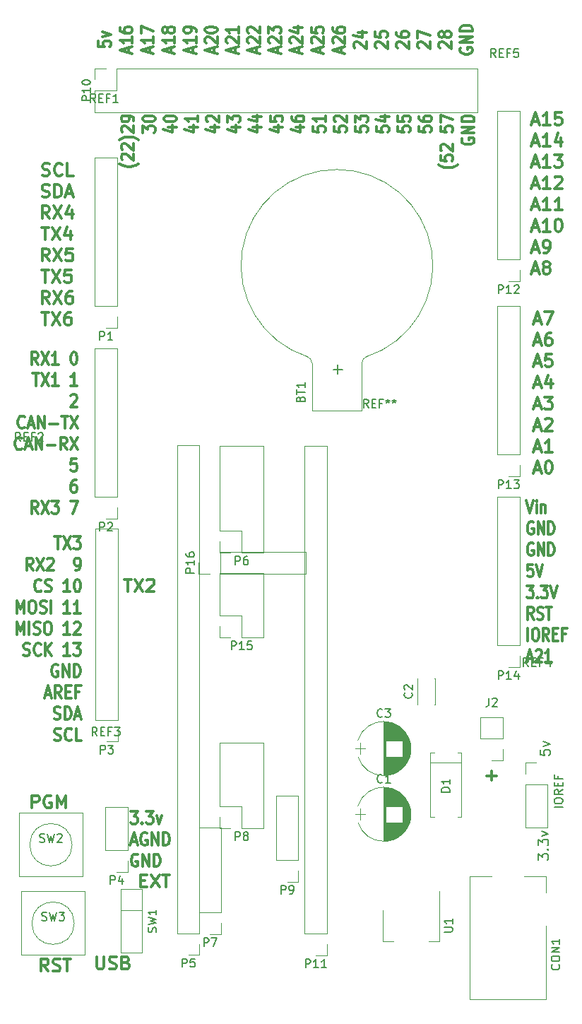
<source format=gbr>
G04 #@! TF.FileFunction,Legend,Top*
%FSLAX46Y46*%
G04 Gerber Fmt 4.6, Leading zero omitted, Abs format (unit mm)*
G04 Created by KiCad (PCBNEW 4.0.6) date 06/28/18 03:02:04*
%MOMM*%
%LPD*%
G01*
G04 APERTURE LIST*
%ADD10C,0.100000*%
%ADD11C,0.300000*%
%ADD12C,0.200000*%
%ADD13C,0.120000*%
%ADD14C,0.150000*%
G04 APERTURE END LIST*
D10*
D11*
X154876572Y-141331143D02*
X156019429Y-141331143D01*
X155448000Y-141902571D02*
X155448000Y-140759714D01*
D12*
X163952381Y-145104762D02*
X162952381Y-145104762D01*
X162952381Y-144438096D02*
X162952381Y-144247619D01*
X163000000Y-144152381D01*
X163095238Y-144057143D01*
X163285714Y-144009524D01*
X163619048Y-144009524D01*
X163809524Y-144057143D01*
X163904762Y-144152381D01*
X163952381Y-144247619D01*
X163952381Y-144438096D01*
X163904762Y-144533334D01*
X163809524Y-144628572D01*
X163619048Y-144676191D01*
X163285714Y-144676191D01*
X163095238Y-144628572D01*
X163000000Y-144533334D01*
X162952381Y-144438096D01*
X163952381Y-143009524D02*
X163476190Y-143342858D01*
X163952381Y-143580953D02*
X162952381Y-143580953D01*
X162952381Y-143200000D01*
X163000000Y-143104762D01*
X163047619Y-143057143D01*
X163142857Y-143009524D01*
X163285714Y-143009524D01*
X163380952Y-143057143D01*
X163428571Y-143104762D01*
X163476190Y-143200000D01*
X163476190Y-143580953D01*
X163428571Y-142580953D02*
X163428571Y-142247619D01*
X163952381Y-142104762D02*
X163952381Y-142580953D01*
X162952381Y-142580953D01*
X162952381Y-142104762D01*
X163428571Y-141342857D02*
X163428571Y-141676191D01*
X163952381Y-141676191D02*
X162952381Y-141676191D01*
X162952381Y-141200000D01*
X161042857Y-151414285D02*
X161042857Y-150671428D01*
X161500000Y-151071428D01*
X161500000Y-150900000D01*
X161557143Y-150785714D01*
X161614286Y-150728571D01*
X161728571Y-150671428D01*
X162014286Y-150671428D01*
X162128571Y-150728571D01*
X162185714Y-150785714D01*
X162242857Y-150900000D01*
X162242857Y-151242857D01*
X162185714Y-151357143D01*
X162128571Y-151414285D01*
X162128571Y-150157143D02*
X162185714Y-150100000D01*
X162242857Y-150157143D01*
X162185714Y-150214286D01*
X162128571Y-150157143D01*
X162242857Y-150157143D01*
X161042857Y-149699999D02*
X161042857Y-148957142D01*
X161500000Y-149357142D01*
X161500000Y-149185714D01*
X161557143Y-149071428D01*
X161614286Y-149014285D01*
X161728571Y-148957142D01*
X162014286Y-148957142D01*
X162128571Y-149014285D01*
X162185714Y-149071428D01*
X162242857Y-149185714D01*
X162242857Y-149528571D01*
X162185714Y-149642857D01*
X162128571Y-149699999D01*
X161442857Y-148557142D02*
X162242857Y-148271428D01*
X161442857Y-147985714D01*
X161242857Y-138271428D02*
X161242857Y-138842857D01*
X161814286Y-138900000D01*
X161757143Y-138842857D01*
X161700000Y-138728571D01*
X161700000Y-138442857D01*
X161757143Y-138328571D01*
X161814286Y-138271428D01*
X161928571Y-138214285D01*
X162214286Y-138214285D01*
X162328571Y-138271428D01*
X162385714Y-138328571D01*
X162442857Y-138442857D01*
X162442857Y-138728571D01*
X162385714Y-138842857D01*
X162328571Y-138900000D01*
X161642857Y-137814285D02*
X162442857Y-137528571D01*
X161642857Y-137242857D01*
D11*
X112185714Y-145628571D02*
X112990476Y-145628571D01*
X112557143Y-146200000D01*
X112742857Y-146200000D01*
X112866667Y-146271429D01*
X112928571Y-146342857D01*
X112990476Y-146485714D01*
X112990476Y-146842857D01*
X112928571Y-146985714D01*
X112866667Y-147057143D01*
X112742857Y-147128571D01*
X112371429Y-147128571D01*
X112247619Y-147057143D01*
X112185714Y-146985714D01*
X113547619Y-146985714D02*
X113609524Y-147057143D01*
X113547619Y-147128571D01*
X113485714Y-147057143D01*
X113547619Y-146985714D01*
X113547619Y-147128571D01*
X114042857Y-145628571D02*
X114847619Y-145628571D01*
X114414286Y-146200000D01*
X114600000Y-146200000D01*
X114723810Y-146271429D01*
X114785714Y-146342857D01*
X114847619Y-146485714D01*
X114847619Y-146842857D01*
X114785714Y-146985714D01*
X114723810Y-147057143D01*
X114600000Y-147128571D01*
X114228572Y-147128571D01*
X114104762Y-147057143D01*
X114042857Y-146985714D01*
X115280952Y-146128571D02*
X115590476Y-147128571D01*
X115900000Y-146128571D01*
X112247619Y-149250000D02*
X112866667Y-149250000D01*
X112123810Y-149678571D02*
X112557143Y-148178571D01*
X112990476Y-149678571D01*
X114104762Y-148250000D02*
X113980953Y-148178571D01*
X113795238Y-148178571D01*
X113609524Y-148250000D01*
X113485715Y-148392857D01*
X113423810Y-148535714D01*
X113361905Y-148821429D01*
X113361905Y-149035714D01*
X113423810Y-149321429D01*
X113485715Y-149464286D01*
X113609524Y-149607143D01*
X113795238Y-149678571D01*
X113919048Y-149678571D01*
X114104762Y-149607143D01*
X114166667Y-149535714D01*
X114166667Y-149035714D01*
X113919048Y-149035714D01*
X114723810Y-149678571D02*
X114723810Y-148178571D01*
X115466667Y-149678571D01*
X115466667Y-148178571D01*
X116085715Y-149678571D02*
X116085715Y-148178571D01*
X116395239Y-148178571D01*
X116580953Y-148250000D01*
X116704762Y-148392857D01*
X116766667Y-148535714D01*
X116828572Y-148821429D01*
X116828572Y-149035714D01*
X116766667Y-149321429D01*
X116704762Y-149464286D01*
X116580953Y-149607143D01*
X116395239Y-149678571D01*
X116085715Y-149678571D01*
X112990476Y-150800000D02*
X112866667Y-150728571D01*
X112680952Y-150728571D01*
X112495238Y-150800000D01*
X112371429Y-150942857D01*
X112309524Y-151085714D01*
X112247619Y-151371429D01*
X112247619Y-151585714D01*
X112309524Y-151871429D01*
X112371429Y-152014286D01*
X112495238Y-152157143D01*
X112680952Y-152228571D01*
X112804762Y-152228571D01*
X112990476Y-152157143D01*
X113052381Y-152085714D01*
X113052381Y-151585714D01*
X112804762Y-151585714D01*
X113609524Y-152228571D02*
X113609524Y-150728571D01*
X114352381Y-152228571D01*
X114352381Y-150728571D01*
X114971429Y-152228571D02*
X114971429Y-150728571D01*
X115280953Y-150728571D01*
X115466667Y-150800000D01*
X115590476Y-150942857D01*
X115652381Y-151085714D01*
X115714286Y-151371429D01*
X115714286Y-151585714D01*
X115652381Y-151871429D01*
X115590476Y-152014286D01*
X115466667Y-152157143D01*
X115280953Y-152228571D01*
X114971429Y-152228571D01*
X113125000Y-68004762D02*
X113053571Y-68066666D01*
X112839286Y-68190476D01*
X112696429Y-68252381D01*
X112482143Y-68314285D01*
X112125000Y-68376190D01*
X111839286Y-68376190D01*
X111482143Y-68314285D01*
X111267857Y-68252381D01*
X111125000Y-68190476D01*
X110910714Y-68066666D01*
X110839286Y-68004762D01*
X111196429Y-67571428D02*
X111125000Y-67509523D01*
X111053571Y-67385714D01*
X111053571Y-67076190D01*
X111125000Y-66952380D01*
X111196429Y-66890476D01*
X111339286Y-66828571D01*
X111482143Y-66828571D01*
X111696429Y-66890476D01*
X112553571Y-67633333D01*
X112553571Y-66828571D01*
X111196429Y-66333333D02*
X111125000Y-66271428D01*
X111053571Y-66147619D01*
X111053571Y-65838095D01*
X111125000Y-65714285D01*
X111196429Y-65652381D01*
X111339286Y-65590476D01*
X111482143Y-65590476D01*
X111696429Y-65652381D01*
X112553571Y-66395238D01*
X112553571Y-65590476D01*
X113125000Y-65157143D02*
X113053571Y-65095238D01*
X112839286Y-64971428D01*
X112696429Y-64909524D01*
X112482143Y-64847619D01*
X112125000Y-64785714D01*
X111839286Y-64785714D01*
X111482143Y-64847619D01*
X111267857Y-64909524D01*
X111125000Y-64971428D01*
X110910714Y-65095238D01*
X110839286Y-65157143D01*
X111196429Y-64228571D02*
X111125000Y-64166666D01*
X111053571Y-64042857D01*
X111053571Y-63733333D01*
X111125000Y-63609523D01*
X111196429Y-63547619D01*
X111339286Y-63485714D01*
X111482143Y-63485714D01*
X111696429Y-63547619D01*
X112553571Y-64290476D01*
X112553571Y-63485714D01*
X112553571Y-62866666D02*
X112553571Y-62619047D01*
X112482143Y-62495238D01*
X112410714Y-62433333D01*
X112196429Y-62309524D01*
X111910714Y-62247619D01*
X111339286Y-62247619D01*
X111196429Y-62309524D01*
X111125000Y-62371428D01*
X111053571Y-62495238D01*
X111053571Y-62742857D01*
X111125000Y-62866666D01*
X111196429Y-62928571D01*
X111339286Y-62990476D01*
X111696429Y-62990476D01*
X111839286Y-62928571D01*
X111910714Y-62866666D01*
X111982143Y-62742857D01*
X111982143Y-62495238D01*
X111910714Y-62371428D01*
X111839286Y-62309524D01*
X111696429Y-62247619D01*
X113603571Y-64290476D02*
X113603571Y-63485714D01*
X114175000Y-63919047D01*
X114175000Y-63733333D01*
X114246429Y-63609523D01*
X114317857Y-63547619D01*
X114460714Y-63485714D01*
X114817857Y-63485714D01*
X114960714Y-63547619D01*
X115032143Y-63609523D01*
X115103571Y-63733333D01*
X115103571Y-64104761D01*
X115032143Y-64228571D01*
X114960714Y-64290476D01*
X113603571Y-62680952D02*
X113603571Y-62557143D01*
X113675000Y-62433333D01*
X113746429Y-62371428D01*
X113889286Y-62309524D01*
X114175000Y-62247619D01*
X114532143Y-62247619D01*
X114817857Y-62309524D01*
X114960714Y-62371428D01*
X115032143Y-62433333D01*
X115103571Y-62557143D01*
X115103571Y-62680952D01*
X115032143Y-62804762D01*
X114960714Y-62866666D01*
X114817857Y-62928571D01*
X114532143Y-62990476D01*
X114175000Y-62990476D01*
X113889286Y-62928571D01*
X113746429Y-62866666D01*
X113675000Y-62804762D01*
X113603571Y-62680952D01*
X116653571Y-63609523D02*
X117653571Y-63609523D01*
X116082143Y-63919047D02*
X117153571Y-64228571D01*
X117153571Y-63423809D01*
X116153571Y-62680952D02*
X116153571Y-62557143D01*
X116225000Y-62433333D01*
X116296429Y-62371428D01*
X116439286Y-62309524D01*
X116725000Y-62247619D01*
X117082143Y-62247619D01*
X117367857Y-62309524D01*
X117510714Y-62371428D01*
X117582143Y-62433333D01*
X117653571Y-62557143D01*
X117653571Y-62680952D01*
X117582143Y-62804762D01*
X117510714Y-62866666D01*
X117367857Y-62928571D01*
X117082143Y-62990476D01*
X116725000Y-62990476D01*
X116439286Y-62928571D01*
X116296429Y-62866666D01*
X116225000Y-62804762D01*
X116153571Y-62680952D01*
X119203571Y-63609523D02*
X120203571Y-63609523D01*
X118632143Y-63919047D02*
X119703571Y-64228571D01*
X119703571Y-63423809D01*
X120203571Y-62247619D02*
X120203571Y-62990476D01*
X120203571Y-62619047D02*
X118703571Y-62619047D01*
X118917857Y-62742857D01*
X119060714Y-62866666D01*
X119132143Y-62990476D01*
X121753571Y-63609523D02*
X122753571Y-63609523D01*
X121182143Y-63919047D02*
X122253571Y-64228571D01*
X122253571Y-63423809D01*
X121396429Y-62990476D02*
X121325000Y-62928571D01*
X121253571Y-62804762D01*
X121253571Y-62495238D01*
X121325000Y-62371428D01*
X121396429Y-62309524D01*
X121539286Y-62247619D01*
X121682143Y-62247619D01*
X121896429Y-62309524D01*
X122753571Y-63052381D01*
X122753571Y-62247619D01*
X124303571Y-63609523D02*
X125303571Y-63609523D01*
X123732143Y-63919047D02*
X124803571Y-64228571D01*
X124803571Y-63423809D01*
X123803571Y-63052381D02*
X123803571Y-62247619D01*
X124375000Y-62680952D01*
X124375000Y-62495238D01*
X124446429Y-62371428D01*
X124517857Y-62309524D01*
X124660714Y-62247619D01*
X125017857Y-62247619D01*
X125160714Y-62309524D01*
X125232143Y-62371428D01*
X125303571Y-62495238D01*
X125303571Y-62866666D01*
X125232143Y-62990476D01*
X125160714Y-63052381D01*
X126853571Y-63609523D02*
X127853571Y-63609523D01*
X126282143Y-63919047D02*
X127353571Y-64228571D01*
X127353571Y-63423809D01*
X126853571Y-62371428D02*
X127853571Y-62371428D01*
X126282143Y-62680952D02*
X127353571Y-62990476D01*
X127353571Y-62185714D01*
X129403571Y-63609523D02*
X130403571Y-63609523D01*
X128832143Y-63919047D02*
X129903571Y-64228571D01*
X129903571Y-63423809D01*
X128903571Y-62309524D02*
X128903571Y-62928571D01*
X129617857Y-62990476D01*
X129546429Y-62928571D01*
X129475000Y-62804762D01*
X129475000Y-62495238D01*
X129546429Y-62371428D01*
X129617857Y-62309524D01*
X129760714Y-62247619D01*
X130117857Y-62247619D01*
X130260714Y-62309524D01*
X130332143Y-62371428D01*
X130403571Y-62495238D01*
X130403571Y-62804762D01*
X130332143Y-62928571D01*
X130260714Y-62990476D01*
X131953571Y-63609523D02*
X132953571Y-63609523D01*
X131382143Y-63919047D02*
X132453571Y-64228571D01*
X132453571Y-63423809D01*
X131453571Y-62371428D02*
X131453571Y-62619047D01*
X131525000Y-62742857D01*
X131596429Y-62804762D01*
X131810714Y-62928571D01*
X132096429Y-62990476D01*
X132667857Y-62990476D01*
X132810714Y-62928571D01*
X132882143Y-62866666D01*
X132953571Y-62742857D01*
X132953571Y-62495238D01*
X132882143Y-62371428D01*
X132810714Y-62309524D01*
X132667857Y-62247619D01*
X132310714Y-62247619D01*
X132167857Y-62309524D01*
X132096429Y-62371428D01*
X132025000Y-62495238D01*
X132025000Y-62742857D01*
X132096429Y-62866666D01*
X132167857Y-62928571D01*
X132310714Y-62990476D01*
X134003571Y-63547619D02*
X134003571Y-64166666D01*
X134717857Y-64228571D01*
X134646429Y-64166666D01*
X134575000Y-64042857D01*
X134575000Y-63733333D01*
X134646429Y-63609523D01*
X134717857Y-63547619D01*
X134860714Y-63485714D01*
X135217857Y-63485714D01*
X135360714Y-63547619D01*
X135432143Y-63609523D01*
X135503571Y-63733333D01*
X135503571Y-64042857D01*
X135432143Y-64166666D01*
X135360714Y-64228571D01*
X135503571Y-62247619D02*
X135503571Y-62990476D01*
X135503571Y-62619047D02*
X134003571Y-62619047D01*
X134217857Y-62742857D01*
X134360714Y-62866666D01*
X134432143Y-62990476D01*
X136553571Y-63547619D02*
X136553571Y-64166666D01*
X137267857Y-64228571D01*
X137196429Y-64166666D01*
X137125000Y-64042857D01*
X137125000Y-63733333D01*
X137196429Y-63609523D01*
X137267857Y-63547619D01*
X137410714Y-63485714D01*
X137767857Y-63485714D01*
X137910714Y-63547619D01*
X137982143Y-63609523D01*
X138053571Y-63733333D01*
X138053571Y-64042857D01*
X137982143Y-64166666D01*
X137910714Y-64228571D01*
X136696429Y-62990476D02*
X136625000Y-62928571D01*
X136553571Y-62804762D01*
X136553571Y-62495238D01*
X136625000Y-62371428D01*
X136696429Y-62309524D01*
X136839286Y-62247619D01*
X136982143Y-62247619D01*
X137196429Y-62309524D01*
X138053571Y-63052381D01*
X138053571Y-62247619D01*
X139103571Y-63547619D02*
X139103571Y-64166666D01*
X139817857Y-64228571D01*
X139746429Y-64166666D01*
X139675000Y-64042857D01*
X139675000Y-63733333D01*
X139746429Y-63609523D01*
X139817857Y-63547619D01*
X139960714Y-63485714D01*
X140317857Y-63485714D01*
X140460714Y-63547619D01*
X140532143Y-63609523D01*
X140603571Y-63733333D01*
X140603571Y-64042857D01*
X140532143Y-64166666D01*
X140460714Y-64228571D01*
X139103571Y-63052381D02*
X139103571Y-62247619D01*
X139675000Y-62680952D01*
X139675000Y-62495238D01*
X139746429Y-62371428D01*
X139817857Y-62309524D01*
X139960714Y-62247619D01*
X140317857Y-62247619D01*
X140460714Y-62309524D01*
X140532143Y-62371428D01*
X140603571Y-62495238D01*
X140603571Y-62866666D01*
X140532143Y-62990476D01*
X140460714Y-63052381D01*
X141653571Y-63547619D02*
X141653571Y-64166666D01*
X142367857Y-64228571D01*
X142296429Y-64166666D01*
X142225000Y-64042857D01*
X142225000Y-63733333D01*
X142296429Y-63609523D01*
X142367857Y-63547619D01*
X142510714Y-63485714D01*
X142867857Y-63485714D01*
X143010714Y-63547619D01*
X143082143Y-63609523D01*
X143153571Y-63733333D01*
X143153571Y-64042857D01*
X143082143Y-64166666D01*
X143010714Y-64228571D01*
X142153571Y-62371428D02*
X143153571Y-62371428D01*
X141582143Y-62680952D02*
X142653571Y-62990476D01*
X142653571Y-62185714D01*
X144203571Y-63547619D02*
X144203571Y-64166666D01*
X144917857Y-64228571D01*
X144846429Y-64166666D01*
X144775000Y-64042857D01*
X144775000Y-63733333D01*
X144846429Y-63609523D01*
X144917857Y-63547619D01*
X145060714Y-63485714D01*
X145417857Y-63485714D01*
X145560714Y-63547619D01*
X145632143Y-63609523D01*
X145703571Y-63733333D01*
X145703571Y-64042857D01*
X145632143Y-64166666D01*
X145560714Y-64228571D01*
X144203571Y-62309524D02*
X144203571Y-62928571D01*
X144917857Y-62990476D01*
X144846429Y-62928571D01*
X144775000Y-62804762D01*
X144775000Y-62495238D01*
X144846429Y-62371428D01*
X144917857Y-62309524D01*
X145060714Y-62247619D01*
X145417857Y-62247619D01*
X145560714Y-62309524D01*
X145632143Y-62371428D01*
X145703571Y-62495238D01*
X145703571Y-62804762D01*
X145632143Y-62928571D01*
X145560714Y-62990476D01*
X146753571Y-63547619D02*
X146753571Y-64166666D01*
X147467857Y-64228571D01*
X147396429Y-64166666D01*
X147325000Y-64042857D01*
X147325000Y-63733333D01*
X147396429Y-63609523D01*
X147467857Y-63547619D01*
X147610714Y-63485714D01*
X147967857Y-63485714D01*
X148110714Y-63547619D01*
X148182143Y-63609523D01*
X148253571Y-63733333D01*
X148253571Y-64042857D01*
X148182143Y-64166666D01*
X148110714Y-64228571D01*
X146753571Y-62371428D02*
X146753571Y-62619047D01*
X146825000Y-62742857D01*
X146896429Y-62804762D01*
X147110714Y-62928571D01*
X147396429Y-62990476D01*
X147967857Y-62990476D01*
X148110714Y-62928571D01*
X148182143Y-62866666D01*
X148253571Y-62742857D01*
X148253571Y-62495238D01*
X148182143Y-62371428D01*
X148110714Y-62309524D01*
X147967857Y-62247619D01*
X147610714Y-62247619D01*
X147467857Y-62309524D01*
X147396429Y-62371428D01*
X147325000Y-62495238D01*
X147325000Y-62742857D01*
X147396429Y-62866666D01*
X147467857Y-62928571D01*
X147610714Y-62990476D01*
X151375000Y-68128571D02*
X151303571Y-68190475D01*
X151089286Y-68314285D01*
X150946429Y-68376190D01*
X150732143Y-68438094D01*
X150375000Y-68499999D01*
X150089286Y-68499999D01*
X149732143Y-68438094D01*
X149517857Y-68376190D01*
X149375000Y-68314285D01*
X149160714Y-68190475D01*
X149089286Y-68128571D01*
X149303571Y-67014285D02*
X149303571Y-67633332D01*
X150017857Y-67695237D01*
X149946429Y-67633332D01*
X149875000Y-67509523D01*
X149875000Y-67199999D01*
X149946429Y-67076189D01*
X150017857Y-67014285D01*
X150160714Y-66952380D01*
X150517857Y-66952380D01*
X150660714Y-67014285D01*
X150732143Y-67076189D01*
X150803571Y-67199999D01*
X150803571Y-67509523D01*
X150732143Y-67633332D01*
X150660714Y-67695237D01*
X149446429Y-66457142D02*
X149375000Y-66395237D01*
X149303571Y-66271428D01*
X149303571Y-65961904D01*
X149375000Y-65838094D01*
X149446429Y-65776190D01*
X149589286Y-65714285D01*
X149732143Y-65714285D01*
X149946429Y-65776190D01*
X150803571Y-66519047D01*
X150803571Y-65714285D01*
X149303571Y-63547619D02*
X149303571Y-64166666D01*
X150017857Y-64228571D01*
X149946429Y-64166666D01*
X149875000Y-64042857D01*
X149875000Y-63733333D01*
X149946429Y-63609523D01*
X150017857Y-63547619D01*
X150160714Y-63485714D01*
X150517857Y-63485714D01*
X150660714Y-63547619D01*
X150732143Y-63609523D01*
X150803571Y-63733333D01*
X150803571Y-64042857D01*
X150732143Y-64166666D01*
X150660714Y-64228571D01*
X149303571Y-63052381D02*
X149303571Y-62185714D01*
X150803571Y-62742857D01*
X151925000Y-64971429D02*
X151853571Y-65095238D01*
X151853571Y-65280953D01*
X151925000Y-65466667D01*
X152067857Y-65590476D01*
X152210714Y-65652381D01*
X152496429Y-65714286D01*
X152710714Y-65714286D01*
X152996429Y-65652381D01*
X153139286Y-65590476D01*
X153282143Y-65466667D01*
X153353571Y-65280953D01*
X153353571Y-65157143D01*
X153282143Y-64971429D01*
X153210714Y-64909524D01*
X152710714Y-64909524D01*
X152710714Y-65157143D01*
X153353571Y-64352381D02*
X151853571Y-64352381D01*
X153353571Y-63609524D01*
X151853571Y-63609524D01*
X153353571Y-62990476D02*
X151853571Y-62990476D01*
X151853571Y-62680952D01*
X151925000Y-62495238D01*
X152067857Y-62371429D01*
X152210714Y-62309524D01*
X152496429Y-62247619D01*
X152710714Y-62247619D01*
X152996429Y-62309524D01*
X153139286Y-62371429D01*
X153282143Y-62495238D01*
X153353571Y-62680952D01*
X153353571Y-62990476D01*
X108313571Y-53335214D02*
X108313571Y-53954261D01*
X109027857Y-54016166D01*
X108956429Y-53954261D01*
X108885000Y-53830452D01*
X108885000Y-53520928D01*
X108956429Y-53397118D01*
X109027857Y-53335214D01*
X109170714Y-53273309D01*
X109527857Y-53273309D01*
X109670714Y-53335214D01*
X109742143Y-53397118D01*
X109813571Y-53520928D01*
X109813571Y-53830452D01*
X109742143Y-53954261D01*
X109670714Y-54016166D01*
X108813571Y-52839976D02*
X109813571Y-52530452D01*
X108813571Y-52220928D01*
X111935000Y-54697119D02*
X111935000Y-54078071D01*
X112363571Y-54820928D02*
X110863571Y-54387595D01*
X112363571Y-53954262D01*
X112363571Y-52839976D02*
X112363571Y-53582833D01*
X112363571Y-53211404D02*
X110863571Y-53211404D01*
X111077857Y-53335214D01*
X111220714Y-53459023D01*
X111292143Y-53582833D01*
X110863571Y-51725690D02*
X110863571Y-51973309D01*
X110935000Y-52097119D01*
X111006429Y-52159024D01*
X111220714Y-52282833D01*
X111506429Y-52344738D01*
X112077857Y-52344738D01*
X112220714Y-52282833D01*
X112292143Y-52220928D01*
X112363571Y-52097119D01*
X112363571Y-51849500D01*
X112292143Y-51725690D01*
X112220714Y-51663786D01*
X112077857Y-51601881D01*
X111720714Y-51601881D01*
X111577857Y-51663786D01*
X111506429Y-51725690D01*
X111435000Y-51849500D01*
X111435000Y-52097119D01*
X111506429Y-52220928D01*
X111577857Y-52282833D01*
X111720714Y-52344738D01*
X114485000Y-54697119D02*
X114485000Y-54078071D01*
X114913571Y-54820928D02*
X113413571Y-54387595D01*
X114913571Y-53954262D01*
X114913571Y-52839976D02*
X114913571Y-53582833D01*
X114913571Y-53211404D02*
X113413571Y-53211404D01*
X113627857Y-53335214D01*
X113770714Y-53459023D01*
X113842143Y-53582833D01*
X113413571Y-52406643D02*
X113413571Y-51539976D01*
X114913571Y-52097119D01*
X117035000Y-54697119D02*
X117035000Y-54078071D01*
X117463571Y-54820928D02*
X115963571Y-54387595D01*
X117463571Y-53954262D01*
X117463571Y-52839976D02*
X117463571Y-53582833D01*
X117463571Y-53211404D02*
X115963571Y-53211404D01*
X116177857Y-53335214D01*
X116320714Y-53459023D01*
X116392143Y-53582833D01*
X116606429Y-52097119D02*
X116535000Y-52220928D01*
X116463571Y-52282833D01*
X116320714Y-52344738D01*
X116249286Y-52344738D01*
X116106429Y-52282833D01*
X116035000Y-52220928D01*
X115963571Y-52097119D01*
X115963571Y-51849500D01*
X116035000Y-51725690D01*
X116106429Y-51663786D01*
X116249286Y-51601881D01*
X116320714Y-51601881D01*
X116463571Y-51663786D01*
X116535000Y-51725690D01*
X116606429Y-51849500D01*
X116606429Y-52097119D01*
X116677857Y-52220928D01*
X116749286Y-52282833D01*
X116892143Y-52344738D01*
X117177857Y-52344738D01*
X117320714Y-52282833D01*
X117392143Y-52220928D01*
X117463571Y-52097119D01*
X117463571Y-51849500D01*
X117392143Y-51725690D01*
X117320714Y-51663786D01*
X117177857Y-51601881D01*
X116892143Y-51601881D01*
X116749286Y-51663786D01*
X116677857Y-51725690D01*
X116606429Y-51849500D01*
X119585000Y-54697119D02*
X119585000Y-54078071D01*
X120013571Y-54820928D02*
X118513571Y-54387595D01*
X120013571Y-53954262D01*
X120013571Y-52839976D02*
X120013571Y-53582833D01*
X120013571Y-53211404D02*
X118513571Y-53211404D01*
X118727857Y-53335214D01*
X118870714Y-53459023D01*
X118942143Y-53582833D01*
X120013571Y-52220928D02*
X120013571Y-51973309D01*
X119942143Y-51849500D01*
X119870714Y-51787595D01*
X119656429Y-51663786D01*
X119370714Y-51601881D01*
X118799286Y-51601881D01*
X118656429Y-51663786D01*
X118585000Y-51725690D01*
X118513571Y-51849500D01*
X118513571Y-52097119D01*
X118585000Y-52220928D01*
X118656429Y-52282833D01*
X118799286Y-52344738D01*
X119156429Y-52344738D01*
X119299286Y-52282833D01*
X119370714Y-52220928D01*
X119442143Y-52097119D01*
X119442143Y-51849500D01*
X119370714Y-51725690D01*
X119299286Y-51663786D01*
X119156429Y-51601881D01*
X122135000Y-54697119D02*
X122135000Y-54078071D01*
X122563571Y-54820928D02*
X121063571Y-54387595D01*
X122563571Y-53954262D01*
X121206429Y-53582833D02*
X121135000Y-53520928D01*
X121063571Y-53397119D01*
X121063571Y-53087595D01*
X121135000Y-52963785D01*
X121206429Y-52901881D01*
X121349286Y-52839976D01*
X121492143Y-52839976D01*
X121706429Y-52901881D01*
X122563571Y-53644738D01*
X122563571Y-52839976D01*
X121063571Y-52035214D02*
X121063571Y-51911405D01*
X121135000Y-51787595D01*
X121206429Y-51725690D01*
X121349286Y-51663786D01*
X121635000Y-51601881D01*
X121992143Y-51601881D01*
X122277857Y-51663786D01*
X122420714Y-51725690D01*
X122492143Y-51787595D01*
X122563571Y-51911405D01*
X122563571Y-52035214D01*
X122492143Y-52159024D01*
X122420714Y-52220928D01*
X122277857Y-52282833D01*
X121992143Y-52344738D01*
X121635000Y-52344738D01*
X121349286Y-52282833D01*
X121206429Y-52220928D01*
X121135000Y-52159024D01*
X121063571Y-52035214D01*
X124685000Y-54697119D02*
X124685000Y-54078071D01*
X125113571Y-54820928D02*
X123613571Y-54387595D01*
X125113571Y-53954262D01*
X123756429Y-53582833D02*
X123685000Y-53520928D01*
X123613571Y-53397119D01*
X123613571Y-53087595D01*
X123685000Y-52963785D01*
X123756429Y-52901881D01*
X123899286Y-52839976D01*
X124042143Y-52839976D01*
X124256429Y-52901881D01*
X125113571Y-53644738D01*
X125113571Y-52839976D01*
X125113571Y-51601881D02*
X125113571Y-52344738D01*
X125113571Y-51973309D02*
X123613571Y-51973309D01*
X123827857Y-52097119D01*
X123970714Y-52220928D01*
X124042143Y-52344738D01*
X127235000Y-54697119D02*
X127235000Y-54078071D01*
X127663571Y-54820928D02*
X126163571Y-54387595D01*
X127663571Y-53954262D01*
X126306429Y-53582833D02*
X126235000Y-53520928D01*
X126163571Y-53397119D01*
X126163571Y-53087595D01*
X126235000Y-52963785D01*
X126306429Y-52901881D01*
X126449286Y-52839976D01*
X126592143Y-52839976D01*
X126806429Y-52901881D01*
X127663571Y-53644738D01*
X127663571Y-52839976D01*
X126306429Y-52344738D02*
X126235000Y-52282833D01*
X126163571Y-52159024D01*
X126163571Y-51849500D01*
X126235000Y-51725690D01*
X126306429Y-51663786D01*
X126449286Y-51601881D01*
X126592143Y-51601881D01*
X126806429Y-51663786D01*
X127663571Y-52406643D01*
X127663571Y-51601881D01*
X129785000Y-54697119D02*
X129785000Y-54078071D01*
X130213571Y-54820928D02*
X128713571Y-54387595D01*
X130213571Y-53954262D01*
X128856429Y-53582833D02*
X128785000Y-53520928D01*
X128713571Y-53397119D01*
X128713571Y-53087595D01*
X128785000Y-52963785D01*
X128856429Y-52901881D01*
X128999286Y-52839976D01*
X129142143Y-52839976D01*
X129356429Y-52901881D01*
X130213571Y-53644738D01*
X130213571Y-52839976D01*
X128713571Y-52406643D02*
X128713571Y-51601881D01*
X129285000Y-52035214D01*
X129285000Y-51849500D01*
X129356429Y-51725690D01*
X129427857Y-51663786D01*
X129570714Y-51601881D01*
X129927857Y-51601881D01*
X130070714Y-51663786D01*
X130142143Y-51725690D01*
X130213571Y-51849500D01*
X130213571Y-52220928D01*
X130142143Y-52344738D01*
X130070714Y-52406643D01*
X132335000Y-54697119D02*
X132335000Y-54078071D01*
X132763571Y-54820928D02*
X131263571Y-54387595D01*
X132763571Y-53954262D01*
X131406429Y-53582833D02*
X131335000Y-53520928D01*
X131263571Y-53397119D01*
X131263571Y-53087595D01*
X131335000Y-52963785D01*
X131406429Y-52901881D01*
X131549286Y-52839976D01*
X131692143Y-52839976D01*
X131906429Y-52901881D01*
X132763571Y-53644738D01*
X132763571Y-52839976D01*
X131763571Y-51725690D02*
X132763571Y-51725690D01*
X131192143Y-52035214D02*
X132263571Y-52344738D01*
X132263571Y-51539976D01*
X134885000Y-54697119D02*
X134885000Y-54078071D01*
X135313571Y-54820928D02*
X133813571Y-54387595D01*
X135313571Y-53954262D01*
X133956429Y-53582833D02*
X133885000Y-53520928D01*
X133813571Y-53397119D01*
X133813571Y-53087595D01*
X133885000Y-52963785D01*
X133956429Y-52901881D01*
X134099286Y-52839976D01*
X134242143Y-52839976D01*
X134456429Y-52901881D01*
X135313571Y-53644738D01*
X135313571Y-52839976D01*
X133813571Y-51663786D02*
X133813571Y-52282833D01*
X134527857Y-52344738D01*
X134456429Y-52282833D01*
X134385000Y-52159024D01*
X134385000Y-51849500D01*
X134456429Y-51725690D01*
X134527857Y-51663786D01*
X134670714Y-51601881D01*
X135027857Y-51601881D01*
X135170714Y-51663786D01*
X135242143Y-51725690D01*
X135313571Y-51849500D01*
X135313571Y-52159024D01*
X135242143Y-52282833D01*
X135170714Y-52344738D01*
X137435000Y-54697119D02*
X137435000Y-54078071D01*
X137863571Y-54820928D02*
X136363571Y-54387595D01*
X137863571Y-53954262D01*
X136506429Y-53582833D02*
X136435000Y-53520928D01*
X136363571Y-53397119D01*
X136363571Y-53087595D01*
X136435000Y-52963785D01*
X136506429Y-52901881D01*
X136649286Y-52839976D01*
X136792143Y-52839976D01*
X137006429Y-52901881D01*
X137863571Y-53644738D01*
X137863571Y-52839976D01*
X136363571Y-51725690D02*
X136363571Y-51973309D01*
X136435000Y-52097119D01*
X136506429Y-52159024D01*
X136720714Y-52282833D01*
X137006429Y-52344738D01*
X137577857Y-52344738D01*
X137720714Y-52282833D01*
X137792143Y-52220928D01*
X137863571Y-52097119D01*
X137863571Y-51849500D01*
X137792143Y-51725690D01*
X137720714Y-51663786D01*
X137577857Y-51601881D01*
X137220714Y-51601881D01*
X137077857Y-51663786D01*
X137006429Y-51725690D01*
X136935000Y-51849500D01*
X136935000Y-52097119D01*
X137006429Y-52220928D01*
X137077857Y-52282833D01*
X137220714Y-52344738D01*
X139056429Y-54139976D02*
X138985000Y-54078071D01*
X138913571Y-53954262D01*
X138913571Y-53644738D01*
X138985000Y-53520928D01*
X139056429Y-53459024D01*
X139199286Y-53397119D01*
X139342143Y-53397119D01*
X139556429Y-53459024D01*
X140413571Y-54201881D01*
X140413571Y-53397119D01*
X139413571Y-52282833D02*
X140413571Y-52282833D01*
X138842143Y-52592357D02*
X139913571Y-52901881D01*
X139913571Y-52097119D01*
X141606429Y-54139976D02*
X141535000Y-54078071D01*
X141463571Y-53954262D01*
X141463571Y-53644738D01*
X141535000Y-53520928D01*
X141606429Y-53459024D01*
X141749286Y-53397119D01*
X141892143Y-53397119D01*
X142106429Y-53459024D01*
X142963571Y-54201881D01*
X142963571Y-53397119D01*
X141463571Y-52220929D02*
X141463571Y-52839976D01*
X142177857Y-52901881D01*
X142106429Y-52839976D01*
X142035000Y-52716167D01*
X142035000Y-52406643D01*
X142106429Y-52282833D01*
X142177857Y-52220929D01*
X142320714Y-52159024D01*
X142677857Y-52159024D01*
X142820714Y-52220929D01*
X142892143Y-52282833D01*
X142963571Y-52406643D01*
X142963571Y-52716167D01*
X142892143Y-52839976D01*
X142820714Y-52901881D01*
X144156429Y-54139976D02*
X144085000Y-54078071D01*
X144013571Y-53954262D01*
X144013571Y-53644738D01*
X144085000Y-53520928D01*
X144156429Y-53459024D01*
X144299286Y-53397119D01*
X144442143Y-53397119D01*
X144656429Y-53459024D01*
X145513571Y-54201881D01*
X145513571Y-53397119D01*
X144013571Y-52282833D02*
X144013571Y-52530452D01*
X144085000Y-52654262D01*
X144156429Y-52716167D01*
X144370714Y-52839976D01*
X144656429Y-52901881D01*
X145227857Y-52901881D01*
X145370714Y-52839976D01*
X145442143Y-52778071D01*
X145513571Y-52654262D01*
X145513571Y-52406643D01*
X145442143Y-52282833D01*
X145370714Y-52220929D01*
X145227857Y-52159024D01*
X144870714Y-52159024D01*
X144727857Y-52220929D01*
X144656429Y-52282833D01*
X144585000Y-52406643D01*
X144585000Y-52654262D01*
X144656429Y-52778071D01*
X144727857Y-52839976D01*
X144870714Y-52901881D01*
X146706429Y-54139976D02*
X146635000Y-54078071D01*
X146563571Y-53954262D01*
X146563571Y-53644738D01*
X146635000Y-53520928D01*
X146706429Y-53459024D01*
X146849286Y-53397119D01*
X146992143Y-53397119D01*
X147206429Y-53459024D01*
X148063571Y-54201881D01*
X148063571Y-53397119D01*
X146563571Y-52963786D02*
X146563571Y-52097119D01*
X148063571Y-52654262D01*
X149256429Y-54139976D02*
X149185000Y-54078071D01*
X149113571Y-53954262D01*
X149113571Y-53644738D01*
X149185000Y-53520928D01*
X149256429Y-53459024D01*
X149399286Y-53397119D01*
X149542143Y-53397119D01*
X149756429Y-53459024D01*
X150613571Y-54201881D01*
X150613571Y-53397119D01*
X149756429Y-52654262D02*
X149685000Y-52778071D01*
X149613571Y-52839976D01*
X149470714Y-52901881D01*
X149399286Y-52901881D01*
X149256429Y-52839976D01*
X149185000Y-52778071D01*
X149113571Y-52654262D01*
X149113571Y-52406643D01*
X149185000Y-52282833D01*
X149256429Y-52220929D01*
X149399286Y-52159024D01*
X149470714Y-52159024D01*
X149613571Y-52220929D01*
X149685000Y-52282833D01*
X149756429Y-52406643D01*
X149756429Y-52654262D01*
X149827857Y-52778071D01*
X149899286Y-52839976D01*
X150042143Y-52901881D01*
X150327857Y-52901881D01*
X150470714Y-52839976D01*
X150542143Y-52778071D01*
X150613571Y-52654262D01*
X150613571Y-52406643D01*
X150542143Y-52282833D01*
X150470714Y-52220929D01*
X150327857Y-52159024D01*
X150042143Y-52159024D01*
X149899286Y-52220929D01*
X149827857Y-52282833D01*
X149756429Y-52406643D01*
X151735000Y-54139976D02*
X151663571Y-54263785D01*
X151663571Y-54449500D01*
X151735000Y-54635214D01*
X151877857Y-54759023D01*
X152020714Y-54820928D01*
X152306429Y-54882833D01*
X152520714Y-54882833D01*
X152806429Y-54820928D01*
X152949286Y-54759023D01*
X153092143Y-54635214D01*
X153163571Y-54449500D01*
X153163571Y-54325690D01*
X153092143Y-54139976D01*
X153020714Y-54078071D01*
X152520714Y-54078071D01*
X152520714Y-54325690D01*
X153163571Y-53520928D02*
X151663571Y-53520928D01*
X153163571Y-52778071D01*
X151663571Y-52778071D01*
X153163571Y-52159023D02*
X151663571Y-52159023D01*
X151663571Y-51849499D01*
X151735000Y-51663785D01*
X151877857Y-51539976D01*
X152020714Y-51478071D01*
X152306429Y-51416166D01*
X152520714Y-51416166D01*
X152806429Y-51478071D01*
X152949286Y-51539976D01*
X153092143Y-51663785D01*
X153163571Y-51849499D01*
X153163571Y-52159023D01*
X159626286Y-108363571D02*
X160026286Y-109863571D01*
X160426286Y-108363571D01*
X160826285Y-109863571D02*
X160826285Y-108863571D01*
X160826285Y-108363571D02*
X160769142Y-108435000D01*
X160826285Y-108506429D01*
X160883428Y-108435000D01*
X160826285Y-108363571D01*
X160826285Y-108506429D01*
X161397714Y-108863571D02*
X161397714Y-109863571D01*
X161397714Y-109006429D02*
X161454857Y-108935000D01*
X161569143Y-108863571D01*
X161740571Y-108863571D01*
X161854857Y-108935000D01*
X161912000Y-109077857D01*
X161912000Y-109863571D01*
X160426286Y-110985000D02*
X160312000Y-110913571D01*
X160140571Y-110913571D01*
X159969143Y-110985000D01*
X159854857Y-111127857D01*
X159797714Y-111270714D01*
X159740571Y-111556429D01*
X159740571Y-111770714D01*
X159797714Y-112056429D01*
X159854857Y-112199286D01*
X159969143Y-112342143D01*
X160140571Y-112413571D01*
X160254857Y-112413571D01*
X160426286Y-112342143D01*
X160483429Y-112270714D01*
X160483429Y-111770714D01*
X160254857Y-111770714D01*
X160997714Y-112413571D02*
X160997714Y-110913571D01*
X161683429Y-112413571D01*
X161683429Y-110913571D01*
X162254857Y-112413571D02*
X162254857Y-110913571D01*
X162540572Y-110913571D01*
X162712000Y-110985000D01*
X162826286Y-111127857D01*
X162883429Y-111270714D01*
X162940572Y-111556429D01*
X162940572Y-111770714D01*
X162883429Y-112056429D01*
X162826286Y-112199286D01*
X162712000Y-112342143D01*
X162540572Y-112413571D01*
X162254857Y-112413571D01*
X160426286Y-113535000D02*
X160312000Y-113463571D01*
X160140571Y-113463571D01*
X159969143Y-113535000D01*
X159854857Y-113677857D01*
X159797714Y-113820714D01*
X159740571Y-114106429D01*
X159740571Y-114320714D01*
X159797714Y-114606429D01*
X159854857Y-114749286D01*
X159969143Y-114892143D01*
X160140571Y-114963571D01*
X160254857Y-114963571D01*
X160426286Y-114892143D01*
X160483429Y-114820714D01*
X160483429Y-114320714D01*
X160254857Y-114320714D01*
X160997714Y-114963571D02*
X160997714Y-113463571D01*
X161683429Y-114963571D01*
X161683429Y-113463571D01*
X162254857Y-114963571D02*
X162254857Y-113463571D01*
X162540572Y-113463571D01*
X162712000Y-113535000D01*
X162826286Y-113677857D01*
X162883429Y-113820714D01*
X162940572Y-114106429D01*
X162940572Y-114320714D01*
X162883429Y-114606429D01*
X162826286Y-114749286D01*
X162712000Y-114892143D01*
X162540572Y-114963571D01*
X162254857Y-114963571D01*
X160369143Y-116013571D02*
X159797714Y-116013571D01*
X159740571Y-116727857D01*
X159797714Y-116656429D01*
X159912000Y-116585000D01*
X160197714Y-116585000D01*
X160312000Y-116656429D01*
X160369143Y-116727857D01*
X160426286Y-116870714D01*
X160426286Y-117227857D01*
X160369143Y-117370714D01*
X160312000Y-117442143D01*
X160197714Y-117513571D01*
X159912000Y-117513571D01*
X159797714Y-117442143D01*
X159740571Y-117370714D01*
X160769143Y-116013571D02*
X161169143Y-117513571D01*
X161569143Y-116013571D01*
X159683429Y-118563571D02*
X160426286Y-118563571D01*
X160026286Y-119135000D01*
X160197714Y-119135000D01*
X160312000Y-119206429D01*
X160369143Y-119277857D01*
X160426286Y-119420714D01*
X160426286Y-119777857D01*
X160369143Y-119920714D01*
X160312000Y-119992143D01*
X160197714Y-120063571D01*
X159854857Y-120063571D01*
X159740571Y-119992143D01*
X159683429Y-119920714D01*
X160940571Y-119920714D02*
X160997714Y-119992143D01*
X160940571Y-120063571D01*
X160883428Y-119992143D01*
X160940571Y-119920714D01*
X160940571Y-120063571D01*
X161397715Y-118563571D02*
X162140572Y-118563571D01*
X161740572Y-119135000D01*
X161912000Y-119135000D01*
X162026286Y-119206429D01*
X162083429Y-119277857D01*
X162140572Y-119420714D01*
X162140572Y-119777857D01*
X162083429Y-119920714D01*
X162026286Y-119992143D01*
X161912000Y-120063571D01*
X161569143Y-120063571D01*
X161454857Y-119992143D01*
X161397715Y-119920714D01*
X162483429Y-118563571D02*
X162883429Y-120063571D01*
X163283429Y-118563571D01*
X160483429Y-122613571D02*
X160083429Y-121899286D01*
X159797714Y-122613571D02*
X159797714Y-121113571D01*
X160254857Y-121113571D01*
X160369143Y-121185000D01*
X160426286Y-121256429D01*
X160483429Y-121399286D01*
X160483429Y-121613571D01*
X160426286Y-121756429D01*
X160369143Y-121827857D01*
X160254857Y-121899286D01*
X159797714Y-121899286D01*
X160940571Y-122542143D02*
X161112000Y-122613571D01*
X161397714Y-122613571D01*
X161512000Y-122542143D01*
X161569143Y-122470714D01*
X161626286Y-122327857D01*
X161626286Y-122185000D01*
X161569143Y-122042143D01*
X161512000Y-121970714D01*
X161397714Y-121899286D01*
X161169143Y-121827857D01*
X161054857Y-121756429D01*
X160997714Y-121685000D01*
X160940571Y-121542143D01*
X160940571Y-121399286D01*
X160997714Y-121256429D01*
X161054857Y-121185000D01*
X161169143Y-121113571D01*
X161454857Y-121113571D01*
X161626286Y-121185000D01*
X161969143Y-121113571D02*
X162654857Y-121113571D01*
X162312000Y-122613571D02*
X162312000Y-121113571D01*
X159797714Y-125163571D02*
X159797714Y-123663571D01*
X160597715Y-123663571D02*
X160826286Y-123663571D01*
X160940572Y-123735000D01*
X161054858Y-123877857D01*
X161112000Y-124163571D01*
X161112000Y-124663571D01*
X161054858Y-124949286D01*
X160940572Y-125092143D01*
X160826286Y-125163571D01*
X160597715Y-125163571D01*
X160483429Y-125092143D01*
X160369143Y-124949286D01*
X160312000Y-124663571D01*
X160312000Y-124163571D01*
X160369143Y-123877857D01*
X160483429Y-123735000D01*
X160597715Y-123663571D01*
X162312001Y-125163571D02*
X161912001Y-124449286D01*
X161626286Y-125163571D02*
X161626286Y-123663571D01*
X162083429Y-123663571D01*
X162197715Y-123735000D01*
X162254858Y-123806429D01*
X162312001Y-123949286D01*
X162312001Y-124163571D01*
X162254858Y-124306429D01*
X162197715Y-124377857D01*
X162083429Y-124449286D01*
X161626286Y-124449286D01*
X162826286Y-124377857D02*
X163226286Y-124377857D01*
X163397715Y-125163571D02*
X162826286Y-125163571D01*
X162826286Y-123663571D01*
X163397715Y-123663571D01*
X164312000Y-124377857D02*
X163912000Y-124377857D01*
X163912000Y-125163571D02*
X163912000Y-123663571D01*
X164483429Y-123663571D01*
X159740571Y-127285000D02*
X160312000Y-127285000D01*
X159626286Y-127713571D02*
X160026286Y-126213571D01*
X160426286Y-127713571D01*
X160769142Y-126356429D02*
X160826285Y-126285000D01*
X160940571Y-126213571D01*
X161226285Y-126213571D01*
X161340571Y-126285000D01*
X161397714Y-126356429D01*
X161454857Y-126499286D01*
X161454857Y-126642143D01*
X161397714Y-126856429D01*
X160712000Y-127713571D01*
X161454857Y-127713571D01*
X162597714Y-127713571D02*
X161911999Y-127713571D01*
X162254857Y-127713571D02*
X162254857Y-126213571D01*
X162140571Y-126427857D01*
X162026285Y-126570714D01*
X161911999Y-126642143D01*
X160559714Y-86829000D02*
X161274000Y-86829000D01*
X160416857Y-87257571D02*
X160916857Y-85757571D01*
X161416857Y-87257571D01*
X161774000Y-85757571D02*
X162774000Y-85757571D01*
X162131143Y-87257571D01*
X160559714Y-89379000D02*
X161274000Y-89379000D01*
X160416857Y-89807571D02*
X160916857Y-88307571D01*
X161416857Y-89807571D01*
X162559714Y-88307571D02*
X162274000Y-88307571D01*
X162131143Y-88379000D01*
X162059714Y-88450429D01*
X161916857Y-88664714D01*
X161845428Y-88950429D01*
X161845428Y-89521857D01*
X161916857Y-89664714D01*
X161988285Y-89736143D01*
X162131143Y-89807571D01*
X162416857Y-89807571D01*
X162559714Y-89736143D01*
X162631143Y-89664714D01*
X162702571Y-89521857D01*
X162702571Y-89164714D01*
X162631143Y-89021857D01*
X162559714Y-88950429D01*
X162416857Y-88879000D01*
X162131143Y-88879000D01*
X161988285Y-88950429D01*
X161916857Y-89021857D01*
X161845428Y-89164714D01*
X160559714Y-91929000D02*
X161274000Y-91929000D01*
X160416857Y-92357571D02*
X160916857Y-90857571D01*
X161416857Y-92357571D01*
X162631143Y-90857571D02*
X161916857Y-90857571D01*
X161845428Y-91571857D01*
X161916857Y-91500429D01*
X162059714Y-91429000D01*
X162416857Y-91429000D01*
X162559714Y-91500429D01*
X162631143Y-91571857D01*
X162702571Y-91714714D01*
X162702571Y-92071857D01*
X162631143Y-92214714D01*
X162559714Y-92286143D01*
X162416857Y-92357571D01*
X162059714Y-92357571D01*
X161916857Y-92286143D01*
X161845428Y-92214714D01*
X160559714Y-94479000D02*
X161274000Y-94479000D01*
X160416857Y-94907571D02*
X160916857Y-93407571D01*
X161416857Y-94907571D01*
X162559714Y-93907571D02*
X162559714Y-94907571D01*
X162202571Y-93336143D02*
X161845428Y-94407571D01*
X162774000Y-94407571D01*
X160559714Y-97029000D02*
X161274000Y-97029000D01*
X160416857Y-97457571D02*
X160916857Y-95957571D01*
X161416857Y-97457571D01*
X161774000Y-95957571D02*
X162702571Y-95957571D01*
X162202571Y-96529000D01*
X162416857Y-96529000D01*
X162559714Y-96600429D01*
X162631143Y-96671857D01*
X162702571Y-96814714D01*
X162702571Y-97171857D01*
X162631143Y-97314714D01*
X162559714Y-97386143D01*
X162416857Y-97457571D01*
X161988285Y-97457571D01*
X161845428Y-97386143D01*
X161774000Y-97314714D01*
X160559714Y-99579000D02*
X161274000Y-99579000D01*
X160416857Y-100007571D02*
X160916857Y-98507571D01*
X161416857Y-100007571D01*
X161845428Y-98650429D02*
X161916857Y-98579000D01*
X162059714Y-98507571D01*
X162416857Y-98507571D01*
X162559714Y-98579000D01*
X162631143Y-98650429D01*
X162702571Y-98793286D01*
X162702571Y-98936143D01*
X162631143Y-99150429D01*
X161774000Y-100007571D01*
X162702571Y-100007571D01*
X160559714Y-102129000D02*
X161274000Y-102129000D01*
X160416857Y-102557571D02*
X160916857Y-101057571D01*
X161416857Y-102557571D01*
X162702571Y-102557571D02*
X161845428Y-102557571D01*
X162274000Y-102557571D02*
X162274000Y-101057571D01*
X162131143Y-101271857D01*
X161988285Y-101414714D01*
X161845428Y-101486143D01*
X160559714Y-104679000D02*
X161274000Y-104679000D01*
X160416857Y-105107571D02*
X160916857Y-103607571D01*
X161416857Y-105107571D01*
X162202571Y-103607571D02*
X162345428Y-103607571D01*
X162488285Y-103679000D01*
X162559714Y-103750429D01*
X162631143Y-103893286D01*
X162702571Y-104179000D01*
X162702571Y-104536143D01*
X162631143Y-104821857D01*
X162559714Y-104964714D01*
X162488285Y-105036143D01*
X162345428Y-105107571D01*
X162202571Y-105107571D01*
X162059714Y-105036143D01*
X161988285Y-104964714D01*
X161916857Y-104821857D01*
X161845428Y-104536143D01*
X161845428Y-104179000D01*
X161916857Y-103893286D01*
X161988285Y-103750429D01*
X162059714Y-103679000D01*
X162202571Y-103607571D01*
X160305714Y-62953000D02*
X161020000Y-62953000D01*
X160162857Y-63381571D02*
X160662857Y-61881571D01*
X161162857Y-63381571D01*
X162448571Y-63381571D02*
X161591428Y-63381571D01*
X162020000Y-63381571D02*
X162020000Y-61881571D01*
X161877143Y-62095857D01*
X161734285Y-62238714D01*
X161591428Y-62310143D01*
X163805714Y-61881571D02*
X163091428Y-61881571D01*
X163019999Y-62595857D01*
X163091428Y-62524429D01*
X163234285Y-62453000D01*
X163591428Y-62453000D01*
X163734285Y-62524429D01*
X163805714Y-62595857D01*
X163877142Y-62738714D01*
X163877142Y-63095857D01*
X163805714Y-63238714D01*
X163734285Y-63310143D01*
X163591428Y-63381571D01*
X163234285Y-63381571D01*
X163091428Y-63310143D01*
X163019999Y-63238714D01*
X160305714Y-65503000D02*
X161020000Y-65503000D01*
X160162857Y-65931571D02*
X160662857Y-64431571D01*
X161162857Y-65931571D01*
X162448571Y-65931571D02*
X161591428Y-65931571D01*
X162020000Y-65931571D02*
X162020000Y-64431571D01*
X161877143Y-64645857D01*
X161734285Y-64788714D01*
X161591428Y-64860143D01*
X163734285Y-64931571D02*
X163734285Y-65931571D01*
X163377142Y-64360143D02*
X163019999Y-65431571D01*
X163948571Y-65431571D01*
X160305714Y-68053000D02*
X161020000Y-68053000D01*
X160162857Y-68481571D02*
X160662857Y-66981571D01*
X161162857Y-68481571D01*
X162448571Y-68481571D02*
X161591428Y-68481571D01*
X162020000Y-68481571D02*
X162020000Y-66981571D01*
X161877143Y-67195857D01*
X161734285Y-67338714D01*
X161591428Y-67410143D01*
X162948571Y-66981571D02*
X163877142Y-66981571D01*
X163377142Y-67553000D01*
X163591428Y-67553000D01*
X163734285Y-67624429D01*
X163805714Y-67695857D01*
X163877142Y-67838714D01*
X163877142Y-68195857D01*
X163805714Y-68338714D01*
X163734285Y-68410143D01*
X163591428Y-68481571D01*
X163162856Y-68481571D01*
X163019999Y-68410143D01*
X162948571Y-68338714D01*
X160305714Y-70603000D02*
X161020000Y-70603000D01*
X160162857Y-71031571D02*
X160662857Y-69531571D01*
X161162857Y-71031571D01*
X162448571Y-71031571D02*
X161591428Y-71031571D01*
X162020000Y-71031571D02*
X162020000Y-69531571D01*
X161877143Y-69745857D01*
X161734285Y-69888714D01*
X161591428Y-69960143D01*
X163019999Y-69674429D02*
X163091428Y-69603000D01*
X163234285Y-69531571D01*
X163591428Y-69531571D01*
X163734285Y-69603000D01*
X163805714Y-69674429D01*
X163877142Y-69817286D01*
X163877142Y-69960143D01*
X163805714Y-70174429D01*
X162948571Y-71031571D01*
X163877142Y-71031571D01*
X160305714Y-73153000D02*
X161020000Y-73153000D01*
X160162857Y-73581571D02*
X160662857Y-72081571D01*
X161162857Y-73581571D01*
X162448571Y-73581571D02*
X161591428Y-73581571D01*
X162020000Y-73581571D02*
X162020000Y-72081571D01*
X161877143Y-72295857D01*
X161734285Y-72438714D01*
X161591428Y-72510143D01*
X163877142Y-73581571D02*
X163019999Y-73581571D01*
X163448571Y-73581571D02*
X163448571Y-72081571D01*
X163305714Y-72295857D01*
X163162856Y-72438714D01*
X163019999Y-72510143D01*
X160305714Y-75703000D02*
X161020000Y-75703000D01*
X160162857Y-76131571D02*
X160662857Y-74631571D01*
X161162857Y-76131571D01*
X162448571Y-76131571D02*
X161591428Y-76131571D01*
X162020000Y-76131571D02*
X162020000Y-74631571D01*
X161877143Y-74845857D01*
X161734285Y-74988714D01*
X161591428Y-75060143D01*
X163377142Y-74631571D02*
X163519999Y-74631571D01*
X163662856Y-74703000D01*
X163734285Y-74774429D01*
X163805714Y-74917286D01*
X163877142Y-75203000D01*
X163877142Y-75560143D01*
X163805714Y-75845857D01*
X163734285Y-75988714D01*
X163662856Y-76060143D01*
X163519999Y-76131571D01*
X163377142Y-76131571D01*
X163234285Y-76060143D01*
X163162856Y-75988714D01*
X163091428Y-75845857D01*
X163019999Y-75560143D01*
X163019999Y-75203000D01*
X163091428Y-74917286D01*
X163162856Y-74774429D01*
X163234285Y-74703000D01*
X163377142Y-74631571D01*
X160305714Y-78253000D02*
X161020000Y-78253000D01*
X160162857Y-78681571D02*
X160662857Y-77181571D01*
X161162857Y-78681571D01*
X161734285Y-78681571D02*
X162020000Y-78681571D01*
X162162857Y-78610143D01*
X162234285Y-78538714D01*
X162377143Y-78324429D01*
X162448571Y-78038714D01*
X162448571Y-77467286D01*
X162377143Y-77324429D01*
X162305714Y-77253000D01*
X162162857Y-77181571D01*
X161877143Y-77181571D01*
X161734285Y-77253000D01*
X161662857Y-77324429D01*
X161591428Y-77467286D01*
X161591428Y-77824429D01*
X161662857Y-77967286D01*
X161734285Y-78038714D01*
X161877143Y-78110143D01*
X162162857Y-78110143D01*
X162305714Y-78038714D01*
X162377143Y-77967286D01*
X162448571Y-77824429D01*
X160305714Y-80803000D02*
X161020000Y-80803000D01*
X160162857Y-81231571D02*
X160662857Y-79731571D01*
X161162857Y-81231571D01*
X161877143Y-80374429D02*
X161734285Y-80303000D01*
X161662857Y-80231571D01*
X161591428Y-80088714D01*
X161591428Y-80017286D01*
X161662857Y-79874429D01*
X161734285Y-79803000D01*
X161877143Y-79731571D01*
X162162857Y-79731571D01*
X162305714Y-79803000D01*
X162377143Y-79874429D01*
X162448571Y-80017286D01*
X162448571Y-80088714D01*
X162377143Y-80231571D01*
X162305714Y-80303000D01*
X162162857Y-80374429D01*
X161877143Y-80374429D01*
X161734285Y-80445857D01*
X161662857Y-80517286D01*
X161591428Y-80660143D01*
X161591428Y-80945857D01*
X161662857Y-81088714D01*
X161734285Y-81160143D01*
X161877143Y-81231571D01*
X162162857Y-81231571D01*
X162305714Y-81160143D01*
X162377143Y-81088714D01*
X162448571Y-80945857D01*
X162448571Y-80660143D01*
X162377143Y-80517286D01*
X162305714Y-80445857D01*
X162162857Y-80374429D01*
X101047620Y-92083571D02*
X100614287Y-91369286D01*
X100304763Y-92083571D02*
X100304763Y-90583571D01*
X100800001Y-90583571D01*
X100923810Y-90655000D01*
X100985715Y-90726429D01*
X101047620Y-90869286D01*
X101047620Y-91083571D01*
X100985715Y-91226429D01*
X100923810Y-91297857D01*
X100800001Y-91369286D01*
X100304763Y-91369286D01*
X101480953Y-90583571D02*
X102347620Y-92083571D01*
X102347620Y-90583571D02*
X101480953Y-92083571D01*
X103523810Y-92083571D02*
X102780953Y-92083571D01*
X103152382Y-92083571D02*
X103152382Y-90583571D01*
X103028572Y-90797857D01*
X102904763Y-90940714D01*
X102780953Y-91012143D01*
X105319048Y-90583571D02*
X105442857Y-90583571D01*
X105566667Y-90655000D01*
X105628572Y-90726429D01*
X105690476Y-90869286D01*
X105752381Y-91155000D01*
X105752381Y-91512143D01*
X105690476Y-91797857D01*
X105628572Y-91940714D01*
X105566667Y-92012143D01*
X105442857Y-92083571D01*
X105319048Y-92083571D01*
X105195238Y-92012143D01*
X105133334Y-91940714D01*
X105071429Y-91797857D01*
X105009524Y-91512143D01*
X105009524Y-91155000D01*
X105071429Y-90869286D01*
X105133334Y-90726429D01*
X105195238Y-90655000D01*
X105319048Y-90583571D01*
X100428573Y-93133571D02*
X101171430Y-93133571D01*
X100800001Y-94633571D02*
X100800001Y-93133571D01*
X101480953Y-93133571D02*
X102347620Y-94633571D01*
X102347620Y-93133571D02*
X101480953Y-94633571D01*
X103523810Y-94633571D02*
X102780953Y-94633571D01*
X103152382Y-94633571D02*
X103152382Y-93133571D01*
X103028572Y-93347857D01*
X102904763Y-93490714D01*
X102780953Y-93562143D01*
X105752381Y-94633571D02*
X105009524Y-94633571D01*
X105380953Y-94633571D02*
X105380953Y-93133571D01*
X105257143Y-93347857D01*
X105133334Y-93490714D01*
X105009524Y-93562143D01*
X105009524Y-95826429D02*
X105071429Y-95755000D01*
X105195238Y-95683571D01*
X105504762Y-95683571D01*
X105628572Y-95755000D01*
X105690476Y-95826429D01*
X105752381Y-95969286D01*
X105752381Y-96112143D01*
X105690476Y-96326429D01*
X104947619Y-97183571D01*
X105752381Y-97183571D01*
X99438095Y-99590714D02*
X99376190Y-99662143D01*
X99190476Y-99733571D01*
X99066666Y-99733571D01*
X98880952Y-99662143D01*
X98757143Y-99519286D01*
X98695238Y-99376429D01*
X98633333Y-99090714D01*
X98633333Y-98876429D01*
X98695238Y-98590714D01*
X98757143Y-98447857D01*
X98880952Y-98305000D01*
X99066666Y-98233571D01*
X99190476Y-98233571D01*
X99376190Y-98305000D01*
X99438095Y-98376429D01*
X99933333Y-99305000D02*
X100552381Y-99305000D01*
X99809524Y-99733571D02*
X100242857Y-98233571D01*
X100676190Y-99733571D01*
X101109524Y-99733571D02*
X101109524Y-98233571D01*
X101852381Y-99733571D01*
X101852381Y-98233571D01*
X102471429Y-99162143D02*
X103461905Y-99162143D01*
X103895239Y-98233571D02*
X104638096Y-98233571D01*
X104266667Y-99733571D02*
X104266667Y-98233571D01*
X104947619Y-98233571D02*
X105814286Y-99733571D01*
X105814286Y-98233571D02*
X104947619Y-99733571D01*
X99128571Y-102140714D02*
X99066666Y-102212143D01*
X98880952Y-102283571D01*
X98757142Y-102283571D01*
X98571428Y-102212143D01*
X98447619Y-102069286D01*
X98385714Y-101926429D01*
X98323809Y-101640714D01*
X98323809Y-101426429D01*
X98385714Y-101140714D01*
X98447619Y-100997857D01*
X98571428Y-100855000D01*
X98757142Y-100783571D01*
X98880952Y-100783571D01*
X99066666Y-100855000D01*
X99128571Y-100926429D01*
X99623809Y-101855000D02*
X100242857Y-101855000D01*
X99500000Y-102283571D02*
X99933333Y-100783571D01*
X100366666Y-102283571D01*
X100800000Y-102283571D02*
X100800000Y-100783571D01*
X101542857Y-102283571D01*
X101542857Y-100783571D01*
X102161905Y-101712143D02*
X103152381Y-101712143D01*
X104514286Y-102283571D02*
X104080953Y-101569286D01*
X103771429Y-102283571D02*
X103771429Y-100783571D01*
X104266667Y-100783571D01*
X104390476Y-100855000D01*
X104452381Y-100926429D01*
X104514286Y-101069286D01*
X104514286Y-101283571D01*
X104452381Y-101426429D01*
X104390476Y-101497857D01*
X104266667Y-101569286D01*
X103771429Y-101569286D01*
X104947619Y-100783571D02*
X105814286Y-102283571D01*
X105814286Y-100783571D02*
X104947619Y-102283571D01*
X105690476Y-103333571D02*
X105071429Y-103333571D01*
X105009524Y-104047857D01*
X105071429Y-103976429D01*
X105195238Y-103905000D01*
X105504762Y-103905000D01*
X105628572Y-103976429D01*
X105690476Y-104047857D01*
X105752381Y-104190714D01*
X105752381Y-104547857D01*
X105690476Y-104690714D01*
X105628572Y-104762143D01*
X105504762Y-104833571D01*
X105195238Y-104833571D01*
X105071429Y-104762143D01*
X105009524Y-104690714D01*
X105628572Y-105883571D02*
X105380953Y-105883571D01*
X105257143Y-105955000D01*
X105195238Y-106026429D01*
X105071429Y-106240714D01*
X105009524Y-106526429D01*
X105009524Y-107097857D01*
X105071429Y-107240714D01*
X105133334Y-107312143D01*
X105257143Y-107383571D01*
X105504762Y-107383571D01*
X105628572Y-107312143D01*
X105690476Y-107240714D01*
X105752381Y-107097857D01*
X105752381Y-106740714D01*
X105690476Y-106597857D01*
X105628572Y-106526429D01*
X105504762Y-106455000D01*
X105257143Y-106455000D01*
X105133334Y-106526429D01*
X105071429Y-106597857D01*
X105009524Y-106740714D01*
X101047620Y-109933571D02*
X100614287Y-109219286D01*
X100304763Y-109933571D02*
X100304763Y-108433571D01*
X100800001Y-108433571D01*
X100923810Y-108505000D01*
X100985715Y-108576429D01*
X101047620Y-108719286D01*
X101047620Y-108933571D01*
X100985715Y-109076429D01*
X100923810Y-109147857D01*
X100800001Y-109219286D01*
X100304763Y-109219286D01*
X101480953Y-108433571D02*
X102347620Y-109933571D01*
X102347620Y-108433571D02*
X101480953Y-109933571D01*
X102719048Y-108433571D02*
X103523810Y-108433571D01*
X103090477Y-109005000D01*
X103276191Y-109005000D01*
X103400001Y-109076429D01*
X103461905Y-109147857D01*
X103523810Y-109290714D01*
X103523810Y-109647857D01*
X103461905Y-109790714D01*
X103400001Y-109862143D01*
X103276191Y-109933571D01*
X102904763Y-109933571D01*
X102780953Y-109862143D01*
X102719048Y-109790714D01*
X104947619Y-108433571D02*
X105814286Y-108433571D01*
X105257143Y-109933571D01*
X111426858Y-117796571D02*
X112284001Y-117796571D01*
X111855430Y-119296571D02*
X111855430Y-117796571D01*
X112641144Y-117796571D02*
X113641144Y-119296571D01*
X113641144Y-117796571D02*
X112641144Y-119296571D01*
X114141143Y-117939429D02*
X114212572Y-117868000D01*
X114355429Y-117796571D01*
X114712572Y-117796571D01*
X114855429Y-117868000D01*
X114926858Y-117939429D01*
X114998286Y-118082286D01*
X114998286Y-118225143D01*
X114926858Y-118439429D01*
X114069715Y-119296571D01*
X114998286Y-119296571D01*
X103057744Y-112703571D02*
X103800601Y-112703571D01*
X103429172Y-114203571D02*
X103429172Y-112703571D01*
X104110124Y-112703571D02*
X104976791Y-114203571D01*
X104976791Y-112703571D02*
X104110124Y-114203571D01*
X105348219Y-112703571D02*
X106152981Y-112703571D01*
X105719648Y-113275000D01*
X105905362Y-113275000D01*
X106029172Y-113346429D01*
X106091076Y-113417857D01*
X106152981Y-113560714D01*
X106152981Y-113917857D01*
X106091076Y-114060714D01*
X106029172Y-114132143D01*
X105905362Y-114203571D01*
X105533934Y-114203571D01*
X105410124Y-114132143D01*
X105348219Y-114060714D01*
X100457744Y-116753571D02*
X100024411Y-116039286D01*
X99714887Y-116753571D02*
X99714887Y-115253571D01*
X100210125Y-115253571D01*
X100333934Y-115325000D01*
X100395839Y-115396429D01*
X100457744Y-115539286D01*
X100457744Y-115753571D01*
X100395839Y-115896429D01*
X100333934Y-115967857D01*
X100210125Y-116039286D01*
X99714887Y-116039286D01*
X100891077Y-115253571D02*
X101757744Y-116753571D01*
X101757744Y-115253571D02*
X100891077Y-116753571D01*
X102191077Y-115396429D02*
X102252982Y-115325000D01*
X102376791Y-115253571D01*
X102686315Y-115253571D01*
X102810125Y-115325000D01*
X102872029Y-115396429D01*
X102933934Y-115539286D01*
X102933934Y-115682143D01*
X102872029Y-115896429D01*
X102129172Y-116753571D01*
X102933934Y-116753571D01*
X105533934Y-116753571D02*
X105781553Y-116753571D01*
X105905362Y-116682143D01*
X105967267Y-116610714D01*
X106091076Y-116396429D01*
X106152981Y-116110714D01*
X106152981Y-115539286D01*
X106091076Y-115396429D01*
X106029172Y-115325000D01*
X105905362Y-115253571D01*
X105657743Y-115253571D01*
X105533934Y-115325000D01*
X105472029Y-115396429D01*
X105410124Y-115539286D01*
X105410124Y-115896429D01*
X105472029Y-116039286D01*
X105533934Y-116110714D01*
X105657743Y-116182143D01*
X105905362Y-116182143D01*
X106029172Y-116110714D01*
X106091076Y-116039286D01*
X106152981Y-115896429D01*
X101448220Y-119160714D02*
X101386315Y-119232143D01*
X101200601Y-119303571D01*
X101076791Y-119303571D01*
X100891077Y-119232143D01*
X100767268Y-119089286D01*
X100705363Y-118946429D01*
X100643458Y-118660714D01*
X100643458Y-118446429D01*
X100705363Y-118160714D01*
X100767268Y-118017857D01*
X100891077Y-117875000D01*
X101076791Y-117803571D01*
X101200601Y-117803571D01*
X101386315Y-117875000D01*
X101448220Y-117946429D01*
X101943458Y-119232143D02*
X102129172Y-119303571D01*
X102438696Y-119303571D01*
X102562506Y-119232143D01*
X102624410Y-119160714D01*
X102686315Y-119017857D01*
X102686315Y-118875000D01*
X102624410Y-118732143D01*
X102562506Y-118660714D01*
X102438696Y-118589286D01*
X102191077Y-118517857D01*
X102067268Y-118446429D01*
X102005363Y-118375000D01*
X101943458Y-118232143D01*
X101943458Y-118089286D01*
X102005363Y-117946429D01*
X102067268Y-117875000D01*
X102191077Y-117803571D01*
X102500601Y-117803571D01*
X102686315Y-117875000D01*
X104914886Y-119303571D02*
X104172029Y-119303571D01*
X104543458Y-119303571D02*
X104543458Y-117803571D01*
X104419648Y-118017857D01*
X104295839Y-118160714D01*
X104172029Y-118232143D01*
X105719648Y-117803571D02*
X105843457Y-117803571D01*
X105967267Y-117875000D01*
X106029172Y-117946429D01*
X106091076Y-118089286D01*
X106152981Y-118375000D01*
X106152981Y-118732143D01*
X106091076Y-119017857D01*
X106029172Y-119160714D01*
X105967267Y-119232143D01*
X105843457Y-119303571D01*
X105719648Y-119303571D01*
X105595838Y-119232143D01*
X105533934Y-119160714D01*
X105472029Y-119017857D01*
X105410124Y-118732143D01*
X105410124Y-118375000D01*
X105472029Y-118089286D01*
X105533934Y-117946429D01*
X105595838Y-117875000D01*
X105719648Y-117803571D01*
X98538696Y-121853571D02*
X98538696Y-120353571D01*
X98972029Y-121425000D01*
X99405362Y-120353571D01*
X99405362Y-121853571D01*
X100272029Y-120353571D02*
X100519648Y-120353571D01*
X100643457Y-120425000D01*
X100767267Y-120567857D01*
X100829172Y-120853571D01*
X100829172Y-121353571D01*
X100767267Y-121639286D01*
X100643457Y-121782143D01*
X100519648Y-121853571D01*
X100272029Y-121853571D01*
X100148219Y-121782143D01*
X100024410Y-121639286D01*
X99962505Y-121353571D01*
X99962505Y-120853571D01*
X100024410Y-120567857D01*
X100148219Y-120425000D01*
X100272029Y-120353571D01*
X101324410Y-121782143D02*
X101510124Y-121853571D01*
X101819648Y-121853571D01*
X101943458Y-121782143D01*
X102005362Y-121710714D01*
X102067267Y-121567857D01*
X102067267Y-121425000D01*
X102005362Y-121282143D01*
X101943458Y-121210714D01*
X101819648Y-121139286D01*
X101572029Y-121067857D01*
X101448220Y-120996429D01*
X101386315Y-120925000D01*
X101324410Y-120782143D01*
X101324410Y-120639286D01*
X101386315Y-120496429D01*
X101448220Y-120425000D01*
X101572029Y-120353571D01*
X101881553Y-120353571D01*
X102067267Y-120425000D01*
X102624410Y-121853571D02*
X102624410Y-120353571D01*
X104914886Y-121853571D02*
X104172029Y-121853571D01*
X104543458Y-121853571D02*
X104543458Y-120353571D01*
X104419648Y-120567857D01*
X104295839Y-120710714D01*
X104172029Y-120782143D01*
X106152981Y-121853571D02*
X105410124Y-121853571D01*
X105781553Y-121853571D02*
X105781553Y-120353571D01*
X105657743Y-120567857D01*
X105533934Y-120710714D01*
X105410124Y-120782143D01*
X98538696Y-124403571D02*
X98538696Y-122903571D01*
X98972029Y-123975000D01*
X99405362Y-122903571D01*
X99405362Y-124403571D01*
X100024410Y-124403571D02*
X100024410Y-122903571D01*
X100581553Y-124332143D02*
X100767267Y-124403571D01*
X101076791Y-124403571D01*
X101200601Y-124332143D01*
X101262505Y-124260714D01*
X101324410Y-124117857D01*
X101324410Y-123975000D01*
X101262505Y-123832143D01*
X101200601Y-123760714D01*
X101076791Y-123689286D01*
X100829172Y-123617857D01*
X100705363Y-123546429D01*
X100643458Y-123475000D01*
X100581553Y-123332143D01*
X100581553Y-123189286D01*
X100643458Y-123046429D01*
X100705363Y-122975000D01*
X100829172Y-122903571D01*
X101138696Y-122903571D01*
X101324410Y-122975000D01*
X102129172Y-122903571D02*
X102376791Y-122903571D01*
X102500600Y-122975000D01*
X102624410Y-123117857D01*
X102686315Y-123403571D01*
X102686315Y-123903571D01*
X102624410Y-124189286D01*
X102500600Y-124332143D01*
X102376791Y-124403571D01*
X102129172Y-124403571D01*
X102005362Y-124332143D01*
X101881553Y-124189286D01*
X101819648Y-123903571D01*
X101819648Y-123403571D01*
X101881553Y-123117857D01*
X102005362Y-122975000D01*
X102129172Y-122903571D01*
X104914886Y-124403571D02*
X104172029Y-124403571D01*
X104543458Y-124403571D02*
X104543458Y-122903571D01*
X104419648Y-123117857D01*
X104295839Y-123260714D01*
X104172029Y-123332143D01*
X105410124Y-123046429D02*
X105472029Y-122975000D01*
X105595838Y-122903571D01*
X105905362Y-122903571D01*
X106029172Y-122975000D01*
X106091076Y-123046429D01*
X106152981Y-123189286D01*
X106152981Y-123332143D01*
X106091076Y-123546429D01*
X105348219Y-124403571D01*
X106152981Y-124403571D01*
X99343458Y-126882143D02*
X99529172Y-126953571D01*
X99838696Y-126953571D01*
X99962506Y-126882143D01*
X100024410Y-126810714D01*
X100086315Y-126667857D01*
X100086315Y-126525000D01*
X100024410Y-126382143D01*
X99962506Y-126310714D01*
X99838696Y-126239286D01*
X99591077Y-126167857D01*
X99467268Y-126096429D01*
X99405363Y-126025000D01*
X99343458Y-125882143D01*
X99343458Y-125739286D01*
X99405363Y-125596429D01*
X99467268Y-125525000D01*
X99591077Y-125453571D01*
X99900601Y-125453571D01*
X100086315Y-125525000D01*
X101386315Y-126810714D02*
X101324410Y-126882143D01*
X101138696Y-126953571D01*
X101014886Y-126953571D01*
X100829172Y-126882143D01*
X100705363Y-126739286D01*
X100643458Y-126596429D01*
X100581553Y-126310714D01*
X100581553Y-126096429D01*
X100643458Y-125810714D01*
X100705363Y-125667857D01*
X100829172Y-125525000D01*
X101014886Y-125453571D01*
X101138696Y-125453571D01*
X101324410Y-125525000D01*
X101386315Y-125596429D01*
X101943458Y-126953571D02*
X101943458Y-125453571D01*
X102686315Y-126953571D02*
X102129172Y-126096429D01*
X102686315Y-125453571D02*
X101943458Y-126310714D01*
X104914886Y-126953571D02*
X104172029Y-126953571D01*
X104543458Y-126953571D02*
X104543458Y-125453571D01*
X104419648Y-125667857D01*
X104295839Y-125810714D01*
X104172029Y-125882143D01*
X105348219Y-125453571D02*
X106152981Y-125453571D01*
X105719648Y-126025000D01*
X105905362Y-126025000D01*
X106029172Y-126096429D01*
X106091076Y-126167857D01*
X106152981Y-126310714D01*
X106152981Y-126667857D01*
X106091076Y-126810714D01*
X106029172Y-126882143D01*
X105905362Y-126953571D01*
X105533934Y-126953571D01*
X105410124Y-126882143D01*
X105348219Y-126810714D01*
X103429171Y-128075000D02*
X103305362Y-128003571D01*
X103119647Y-128003571D01*
X102933933Y-128075000D01*
X102810124Y-128217857D01*
X102748219Y-128360714D01*
X102686314Y-128646429D01*
X102686314Y-128860714D01*
X102748219Y-129146429D01*
X102810124Y-129289286D01*
X102933933Y-129432143D01*
X103119647Y-129503571D01*
X103243457Y-129503571D01*
X103429171Y-129432143D01*
X103491076Y-129360714D01*
X103491076Y-128860714D01*
X103243457Y-128860714D01*
X104048219Y-129503571D02*
X104048219Y-128003571D01*
X104791076Y-129503571D01*
X104791076Y-128003571D01*
X105410124Y-129503571D02*
X105410124Y-128003571D01*
X105719648Y-128003571D01*
X105905362Y-128075000D01*
X106029171Y-128217857D01*
X106091076Y-128360714D01*
X106152981Y-128646429D01*
X106152981Y-128860714D01*
X106091076Y-129146429D01*
X106029171Y-129289286D01*
X105905362Y-129432143D01*
X105719648Y-129503571D01*
X105410124Y-129503571D01*
X101943457Y-131625000D02*
X102562505Y-131625000D01*
X101819648Y-132053571D02*
X102252981Y-130553571D01*
X102686314Y-132053571D01*
X103862505Y-132053571D02*
X103429172Y-131339286D01*
X103119648Y-132053571D02*
X103119648Y-130553571D01*
X103614886Y-130553571D01*
X103738695Y-130625000D01*
X103800600Y-130696429D01*
X103862505Y-130839286D01*
X103862505Y-131053571D01*
X103800600Y-131196429D01*
X103738695Y-131267857D01*
X103614886Y-131339286D01*
X103119648Y-131339286D01*
X104419648Y-131267857D02*
X104852981Y-131267857D01*
X105038695Y-132053571D02*
X104419648Y-132053571D01*
X104419648Y-130553571D01*
X105038695Y-130553571D01*
X106029171Y-131267857D02*
X105595838Y-131267857D01*
X105595838Y-132053571D02*
X105595838Y-130553571D01*
X106214885Y-130553571D01*
X102995838Y-134532143D02*
X103181552Y-134603571D01*
X103491076Y-134603571D01*
X103614886Y-134532143D01*
X103676790Y-134460714D01*
X103738695Y-134317857D01*
X103738695Y-134175000D01*
X103676790Y-134032143D01*
X103614886Y-133960714D01*
X103491076Y-133889286D01*
X103243457Y-133817857D01*
X103119648Y-133746429D01*
X103057743Y-133675000D01*
X102995838Y-133532143D01*
X102995838Y-133389286D01*
X103057743Y-133246429D01*
X103119648Y-133175000D01*
X103243457Y-133103571D01*
X103552981Y-133103571D01*
X103738695Y-133175000D01*
X104295838Y-134603571D02*
X104295838Y-133103571D01*
X104605362Y-133103571D01*
X104791076Y-133175000D01*
X104914885Y-133317857D01*
X104976790Y-133460714D01*
X105038695Y-133746429D01*
X105038695Y-133960714D01*
X104976790Y-134246429D01*
X104914885Y-134389286D01*
X104791076Y-134532143D01*
X104605362Y-134603571D01*
X104295838Y-134603571D01*
X105533933Y-134175000D02*
X106152981Y-134175000D01*
X105410124Y-134603571D02*
X105843457Y-133103571D01*
X106276790Y-134603571D01*
X103057743Y-137082143D02*
X103243457Y-137153571D01*
X103552981Y-137153571D01*
X103676791Y-137082143D01*
X103738695Y-137010714D01*
X103800600Y-136867857D01*
X103800600Y-136725000D01*
X103738695Y-136582143D01*
X103676791Y-136510714D01*
X103552981Y-136439286D01*
X103305362Y-136367857D01*
X103181553Y-136296429D01*
X103119648Y-136225000D01*
X103057743Y-136082143D01*
X103057743Y-135939286D01*
X103119648Y-135796429D01*
X103181553Y-135725000D01*
X103305362Y-135653571D01*
X103614886Y-135653571D01*
X103800600Y-135725000D01*
X105100600Y-137010714D02*
X105038695Y-137082143D01*
X104852981Y-137153571D01*
X104729171Y-137153571D01*
X104543457Y-137082143D01*
X104419648Y-136939286D01*
X104357743Y-136796429D01*
X104295838Y-136510714D01*
X104295838Y-136296429D01*
X104357743Y-136010714D01*
X104419648Y-135867857D01*
X104543457Y-135725000D01*
X104729171Y-135653571D01*
X104852981Y-135653571D01*
X105038695Y-135725000D01*
X105100600Y-135796429D01*
X106276790Y-137153571D02*
X105657743Y-137153571D01*
X105657743Y-135653571D01*
X101592286Y-69406143D02*
X101806572Y-69477571D01*
X102163715Y-69477571D01*
X102306572Y-69406143D01*
X102378001Y-69334714D01*
X102449429Y-69191857D01*
X102449429Y-69049000D01*
X102378001Y-68906143D01*
X102306572Y-68834714D01*
X102163715Y-68763286D01*
X101878001Y-68691857D01*
X101735143Y-68620429D01*
X101663715Y-68549000D01*
X101592286Y-68406143D01*
X101592286Y-68263286D01*
X101663715Y-68120429D01*
X101735143Y-68049000D01*
X101878001Y-67977571D01*
X102235143Y-67977571D01*
X102449429Y-68049000D01*
X103949429Y-69334714D02*
X103878000Y-69406143D01*
X103663714Y-69477571D01*
X103520857Y-69477571D01*
X103306572Y-69406143D01*
X103163714Y-69263286D01*
X103092286Y-69120429D01*
X103020857Y-68834714D01*
X103020857Y-68620429D01*
X103092286Y-68334714D01*
X103163714Y-68191857D01*
X103306572Y-68049000D01*
X103520857Y-67977571D01*
X103663714Y-67977571D01*
X103878000Y-68049000D01*
X103949429Y-68120429D01*
X105306572Y-69477571D02*
X104592286Y-69477571D01*
X104592286Y-67977571D01*
X101556572Y-71956143D02*
X101770858Y-72027571D01*
X102128001Y-72027571D01*
X102270858Y-71956143D01*
X102342287Y-71884714D01*
X102413715Y-71741857D01*
X102413715Y-71599000D01*
X102342287Y-71456143D01*
X102270858Y-71384714D01*
X102128001Y-71313286D01*
X101842287Y-71241857D01*
X101699429Y-71170429D01*
X101628001Y-71099000D01*
X101556572Y-70956143D01*
X101556572Y-70813286D01*
X101628001Y-70670429D01*
X101699429Y-70599000D01*
X101842287Y-70527571D01*
X102199429Y-70527571D01*
X102413715Y-70599000D01*
X103056572Y-72027571D02*
X103056572Y-70527571D01*
X103413715Y-70527571D01*
X103628000Y-70599000D01*
X103770858Y-70741857D01*
X103842286Y-70884714D01*
X103913715Y-71170429D01*
X103913715Y-71384714D01*
X103842286Y-71670429D01*
X103770858Y-71813286D01*
X103628000Y-71956143D01*
X103413715Y-72027571D01*
X103056572Y-72027571D01*
X104485143Y-71599000D02*
X105199429Y-71599000D01*
X104342286Y-72027571D02*
X104842286Y-70527571D01*
X105342286Y-72027571D01*
X102413715Y-74577571D02*
X101913715Y-73863286D01*
X101556572Y-74577571D02*
X101556572Y-73077571D01*
X102128000Y-73077571D01*
X102270858Y-73149000D01*
X102342286Y-73220429D01*
X102413715Y-73363286D01*
X102413715Y-73577571D01*
X102342286Y-73720429D01*
X102270858Y-73791857D01*
X102128000Y-73863286D01*
X101556572Y-73863286D01*
X102913715Y-73077571D02*
X103913715Y-74577571D01*
X103913715Y-73077571D02*
X102913715Y-74577571D01*
X105128000Y-73577571D02*
X105128000Y-74577571D01*
X104770857Y-73006143D02*
X104413714Y-74077571D01*
X105342286Y-74077571D01*
X101520858Y-75627571D02*
X102378001Y-75627571D01*
X101949430Y-77127571D02*
X101949430Y-75627571D01*
X102735144Y-75627571D02*
X103735144Y-77127571D01*
X103735144Y-75627571D02*
X102735144Y-77127571D01*
X104949429Y-76127571D02*
X104949429Y-77127571D01*
X104592286Y-75556143D02*
X104235143Y-76627571D01*
X105163715Y-76627571D01*
X102413715Y-79677571D02*
X101913715Y-78963286D01*
X101556572Y-79677571D02*
X101556572Y-78177571D01*
X102128000Y-78177571D01*
X102270858Y-78249000D01*
X102342286Y-78320429D01*
X102413715Y-78463286D01*
X102413715Y-78677571D01*
X102342286Y-78820429D01*
X102270858Y-78891857D01*
X102128000Y-78963286D01*
X101556572Y-78963286D01*
X102913715Y-78177571D02*
X103913715Y-79677571D01*
X103913715Y-78177571D02*
X102913715Y-79677571D01*
X105199429Y-78177571D02*
X104485143Y-78177571D01*
X104413714Y-78891857D01*
X104485143Y-78820429D01*
X104628000Y-78749000D01*
X104985143Y-78749000D01*
X105128000Y-78820429D01*
X105199429Y-78891857D01*
X105270857Y-79034714D01*
X105270857Y-79391857D01*
X105199429Y-79534714D01*
X105128000Y-79606143D01*
X104985143Y-79677571D01*
X104628000Y-79677571D01*
X104485143Y-79606143D01*
X104413714Y-79534714D01*
X101520858Y-80727571D02*
X102378001Y-80727571D01*
X101949430Y-82227571D02*
X101949430Y-80727571D01*
X102735144Y-80727571D02*
X103735144Y-82227571D01*
X103735144Y-80727571D02*
X102735144Y-82227571D01*
X105020858Y-80727571D02*
X104306572Y-80727571D01*
X104235143Y-81441857D01*
X104306572Y-81370429D01*
X104449429Y-81299000D01*
X104806572Y-81299000D01*
X104949429Y-81370429D01*
X105020858Y-81441857D01*
X105092286Y-81584714D01*
X105092286Y-81941857D01*
X105020858Y-82084714D01*
X104949429Y-82156143D01*
X104806572Y-82227571D01*
X104449429Y-82227571D01*
X104306572Y-82156143D01*
X104235143Y-82084714D01*
X102413715Y-84777571D02*
X101913715Y-84063286D01*
X101556572Y-84777571D02*
X101556572Y-83277571D01*
X102128000Y-83277571D01*
X102270858Y-83349000D01*
X102342286Y-83420429D01*
X102413715Y-83563286D01*
X102413715Y-83777571D01*
X102342286Y-83920429D01*
X102270858Y-83991857D01*
X102128000Y-84063286D01*
X101556572Y-84063286D01*
X102913715Y-83277571D02*
X103913715Y-84777571D01*
X103913715Y-83277571D02*
X102913715Y-84777571D01*
X105128000Y-83277571D02*
X104842286Y-83277571D01*
X104699429Y-83349000D01*
X104628000Y-83420429D01*
X104485143Y-83634714D01*
X104413714Y-83920429D01*
X104413714Y-84491857D01*
X104485143Y-84634714D01*
X104556571Y-84706143D01*
X104699429Y-84777571D01*
X104985143Y-84777571D01*
X105128000Y-84706143D01*
X105199429Y-84634714D01*
X105270857Y-84491857D01*
X105270857Y-84134714D01*
X105199429Y-83991857D01*
X105128000Y-83920429D01*
X104985143Y-83849000D01*
X104699429Y-83849000D01*
X104556571Y-83920429D01*
X104485143Y-83991857D01*
X104413714Y-84134714D01*
X101520858Y-85827571D02*
X102378001Y-85827571D01*
X101949430Y-87327571D02*
X101949430Y-85827571D01*
X102735144Y-85827571D02*
X103735144Y-87327571D01*
X103735144Y-85827571D02*
X102735144Y-87327571D01*
X104949429Y-85827571D02*
X104663715Y-85827571D01*
X104520858Y-85899000D01*
X104449429Y-85970429D01*
X104306572Y-86184714D01*
X104235143Y-86470429D01*
X104235143Y-87041857D01*
X104306572Y-87184714D01*
X104378000Y-87256143D01*
X104520858Y-87327571D01*
X104806572Y-87327571D01*
X104949429Y-87256143D01*
X105020858Y-87184714D01*
X105092286Y-87041857D01*
X105092286Y-86684714D01*
X105020858Y-86541857D01*
X104949429Y-86470429D01*
X104806572Y-86399000D01*
X104520858Y-86399000D01*
X104378000Y-86470429D01*
X104306572Y-86541857D01*
X104235143Y-86684714D01*
X113392858Y-153892857D02*
X113892858Y-153892857D01*
X114107144Y-154678571D02*
X113392858Y-154678571D01*
X113392858Y-153178571D01*
X114107144Y-153178571D01*
X114607144Y-153178571D02*
X115607144Y-154678571D01*
X115607144Y-153178571D02*
X114607144Y-154678571D01*
X115964286Y-153178571D02*
X116821429Y-153178571D01*
X116392858Y-154678571D02*
X116392858Y-153178571D01*
X108107143Y-163008571D02*
X108107143Y-164222857D01*
X108178571Y-164365714D01*
X108250000Y-164437143D01*
X108392857Y-164508571D01*
X108678571Y-164508571D01*
X108821429Y-164437143D01*
X108892857Y-164365714D01*
X108964286Y-164222857D01*
X108964286Y-163008571D01*
X109607143Y-164437143D02*
X109821429Y-164508571D01*
X110178572Y-164508571D01*
X110321429Y-164437143D01*
X110392858Y-164365714D01*
X110464286Y-164222857D01*
X110464286Y-164080000D01*
X110392858Y-163937143D01*
X110321429Y-163865714D01*
X110178572Y-163794286D01*
X109892858Y-163722857D01*
X109750000Y-163651429D01*
X109678572Y-163580000D01*
X109607143Y-163437143D01*
X109607143Y-163294286D01*
X109678572Y-163151429D01*
X109750000Y-163080000D01*
X109892858Y-163008571D01*
X110250000Y-163008571D01*
X110464286Y-163080000D01*
X111607143Y-163722857D02*
X111821429Y-163794286D01*
X111892857Y-163865714D01*
X111964286Y-164008571D01*
X111964286Y-164222857D01*
X111892857Y-164365714D01*
X111821429Y-164437143D01*
X111678571Y-164508571D01*
X111107143Y-164508571D01*
X111107143Y-163008571D01*
X111607143Y-163008571D01*
X111750000Y-163080000D01*
X111821429Y-163151429D01*
X111892857Y-163294286D01*
X111892857Y-163437143D01*
X111821429Y-163580000D01*
X111750000Y-163651429D01*
X111607143Y-163722857D01*
X111107143Y-163722857D01*
X100362000Y-145204571D02*
X100362000Y-143704571D01*
X100933428Y-143704571D01*
X101076286Y-143776000D01*
X101147714Y-143847429D01*
X101219143Y-143990286D01*
X101219143Y-144204571D01*
X101147714Y-144347429D01*
X101076286Y-144418857D01*
X100933428Y-144490286D01*
X100362000Y-144490286D01*
X102647714Y-143776000D02*
X102504857Y-143704571D01*
X102290571Y-143704571D01*
X102076286Y-143776000D01*
X101933428Y-143918857D01*
X101862000Y-144061714D01*
X101790571Y-144347429D01*
X101790571Y-144561714D01*
X101862000Y-144847429D01*
X101933428Y-144990286D01*
X102076286Y-145133143D01*
X102290571Y-145204571D01*
X102433428Y-145204571D01*
X102647714Y-145133143D01*
X102719143Y-145061714D01*
X102719143Y-144561714D01*
X102433428Y-144561714D01*
X103362000Y-145204571D02*
X103362000Y-143704571D01*
X103862000Y-144776000D01*
X104362000Y-143704571D01*
X104362000Y-145204571D01*
X102302572Y-164762571D02*
X101802572Y-164048286D01*
X101445429Y-164762571D02*
X101445429Y-163262571D01*
X102016857Y-163262571D01*
X102159715Y-163334000D01*
X102231143Y-163405429D01*
X102302572Y-163548286D01*
X102302572Y-163762571D01*
X102231143Y-163905429D01*
X102159715Y-163976857D01*
X102016857Y-164048286D01*
X101445429Y-164048286D01*
X102874000Y-164691143D02*
X103088286Y-164762571D01*
X103445429Y-164762571D01*
X103588286Y-164691143D01*
X103659715Y-164619714D01*
X103731143Y-164476857D01*
X103731143Y-164334000D01*
X103659715Y-164191143D01*
X103588286Y-164119714D01*
X103445429Y-164048286D01*
X103159715Y-163976857D01*
X103016857Y-163905429D01*
X102945429Y-163834000D01*
X102874000Y-163691143D01*
X102874000Y-163548286D01*
X102945429Y-163405429D01*
X103016857Y-163334000D01*
X103159715Y-163262571D01*
X103516857Y-163262571D01*
X103731143Y-163334000D01*
X104159714Y-163262571D02*
X105016857Y-163262571D01*
X104588286Y-164762571D02*
X104588286Y-163262571D01*
D13*
X145597440Y-144968643D02*
G75*
G03X139420764Y-144968000I-3088440J-979357D01*
G01*
X145597440Y-146927357D02*
G75*
G02X139420764Y-146928000I-3088440J979357D01*
G01*
X145597440Y-146927357D02*
G75*
G03X145597236Y-144968000I-3088440J979357D01*
G01*
X142509000Y-142748000D02*
X142509000Y-149148000D01*
X142549000Y-142748000D02*
X142549000Y-149148000D01*
X142589000Y-142748000D02*
X142589000Y-149148000D01*
X142629000Y-142750000D02*
X142629000Y-149146000D01*
X142669000Y-142751000D02*
X142669000Y-149145000D01*
X142709000Y-142754000D02*
X142709000Y-149142000D01*
X142749000Y-142756000D02*
X142749000Y-149140000D01*
X142789000Y-142760000D02*
X142789000Y-144968000D01*
X142789000Y-146928000D02*
X142789000Y-149136000D01*
X142829000Y-142763000D02*
X142829000Y-144968000D01*
X142829000Y-146928000D02*
X142829000Y-149133000D01*
X142869000Y-142768000D02*
X142869000Y-144968000D01*
X142869000Y-146928000D02*
X142869000Y-149128000D01*
X142909000Y-142772000D02*
X142909000Y-144968000D01*
X142909000Y-146928000D02*
X142909000Y-149124000D01*
X142949000Y-142778000D02*
X142949000Y-144968000D01*
X142949000Y-146928000D02*
X142949000Y-149118000D01*
X142989000Y-142783000D02*
X142989000Y-144968000D01*
X142989000Y-146928000D02*
X142989000Y-149113000D01*
X143029000Y-142790000D02*
X143029000Y-144968000D01*
X143029000Y-146928000D02*
X143029000Y-149106000D01*
X143069000Y-142796000D02*
X143069000Y-144968000D01*
X143069000Y-146928000D02*
X143069000Y-149100000D01*
X143109000Y-142804000D02*
X143109000Y-144968000D01*
X143109000Y-146928000D02*
X143109000Y-149092000D01*
X143149000Y-142811000D02*
X143149000Y-144968000D01*
X143149000Y-146928000D02*
X143149000Y-149085000D01*
X143189000Y-142820000D02*
X143189000Y-144968000D01*
X143189000Y-146928000D02*
X143189000Y-149076000D01*
X143230000Y-142829000D02*
X143230000Y-144968000D01*
X143230000Y-146928000D02*
X143230000Y-149067000D01*
X143270000Y-142838000D02*
X143270000Y-144968000D01*
X143270000Y-146928000D02*
X143270000Y-149058000D01*
X143310000Y-142848000D02*
X143310000Y-144968000D01*
X143310000Y-146928000D02*
X143310000Y-149048000D01*
X143350000Y-142858000D02*
X143350000Y-144968000D01*
X143350000Y-146928000D02*
X143350000Y-149038000D01*
X143390000Y-142869000D02*
X143390000Y-144968000D01*
X143390000Y-146928000D02*
X143390000Y-149027000D01*
X143430000Y-142881000D02*
X143430000Y-144968000D01*
X143430000Y-146928000D02*
X143430000Y-149015000D01*
X143470000Y-142893000D02*
X143470000Y-144968000D01*
X143470000Y-146928000D02*
X143470000Y-149003000D01*
X143510000Y-142906000D02*
X143510000Y-144968000D01*
X143510000Y-146928000D02*
X143510000Y-148990000D01*
X143550000Y-142919000D02*
X143550000Y-144968000D01*
X143550000Y-146928000D02*
X143550000Y-148977000D01*
X143590000Y-142933000D02*
X143590000Y-144968000D01*
X143590000Y-146928000D02*
X143590000Y-148963000D01*
X143630000Y-142947000D02*
X143630000Y-144968000D01*
X143630000Y-146928000D02*
X143630000Y-148949000D01*
X143670000Y-142962000D02*
X143670000Y-144968000D01*
X143670000Y-146928000D02*
X143670000Y-148934000D01*
X143710000Y-142978000D02*
X143710000Y-144968000D01*
X143710000Y-146928000D02*
X143710000Y-148918000D01*
X143750000Y-142994000D02*
X143750000Y-144968000D01*
X143750000Y-146928000D02*
X143750000Y-148902000D01*
X143790000Y-143011000D02*
X143790000Y-144968000D01*
X143790000Y-146928000D02*
X143790000Y-148885000D01*
X143830000Y-143029000D02*
X143830000Y-144968000D01*
X143830000Y-146928000D02*
X143830000Y-148867000D01*
X143870000Y-143047000D02*
X143870000Y-144968000D01*
X143870000Y-146928000D02*
X143870000Y-148849000D01*
X143910000Y-143066000D02*
X143910000Y-144968000D01*
X143910000Y-146928000D02*
X143910000Y-148830000D01*
X143950000Y-143085000D02*
X143950000Y-144968000D01*
X143950000Y-146928000D02*
X143950000Y-148811000D01*
X143990000Y-143105000D02*
X143990000Y-144968000D01*
X143990000Y-146928000D02*
X143990000Y-148791000D01*
X144030000Y-143126000D02*
X144030000Y-144968000D01*
X144030000Y-146928000D02*
X144030000Y-148770000D01*
X144070000Y-143148000D02*
X144070000Y-144968000D01*
X144070000Y-146928000D02*
X144070000Y-148748000D01*
X144110000Y-143170000D02*
X144110000Y-144968000D01*
X144110000Y-146928000D02*
X144110000Y-148726000D01*
X144150000Y-143193000D02*
X144150000Y-144968000D01*
X144150000Y-146928000D02*
X144150000Y-148703000D01*
X144190000Y-143217000D02*
X144190000Y-144968000D01*
X144190000Y-146928000D02*
X144190000Y-148679000D01*
X144230000Y-143242000D02*
X144230000Y-144968000D01*
X144230000Y-146928000D02*
X144230000Y-148654000D01*
X144270000Y-143267000D02*
X144270000Y-144968000D01*
X144270000Y-146928000D02*
X144270000Y-148629000D01*
X144310000Y-143294000D02*
X144310000Y-144968000D01*
X144310000Y-146928000D02*
X144310000Y-148602000D01*
X144350000Y-143321000D02*
X144350000Y-144968000D01*
X144350000Y-146928000D02*
X144350000Y-148575000D01*
X144390000Y-143349000D02*
X144390000Y-144968000D01*
X144390000Y-146928000D02*
X144390000Y-148547000D01*
X144430000Y-143378000D02*
X144430000Y-144968000D01*
X144430000Y-146928000D02*
X144430000Y-148518000D01*
X144470000Y-143408000D02*
X144470000Y-144968000D01*
X144470000Y-146928000D02*
X144470000Y-148488000D01*
X144510000Y-143438000D02*
X144510000Y-144968000D01*
X144510000Y-146928000D02*
X144510000Y-148458000D01*
X144550000Y-143470000D02*
X144550000Y-144968000D01*
X144550000Y-146928000D02*
X144550000Y-148426000D01*
X144590000Y-143503000D02*
X144590000Y-144968000D01*
X144590000Y-146928000D02*
X144590000Y-148393000D01*
X144630000Y-143537000D02*
X144630000Y-144968000D01*
X144630000Y-146928000D02*
X144630000Y-148359000D01*
X144670000Y-143573000D02*
X144670000Y-144968000D01*
X144670000Y-146928000D02*
X144670000Y-148323000D01*
X144710000Y-143609000D02*
X144710000Y-144968000D01*
X144710000Y-146928000D02*
X144710000Y-148287000D01*
X144750000Y-143647000D02*
X144750000Y-148249000D01*
X144790000Y-143686000D02*
X144790000Y-148210000D01*
X144830000Y-143726000D02*
X144830000Y-148170000D01*
X144870000Y-143768000D02*
X144870000Y-148128000D01*
X144910000Y-143811000D02*
X144910000Y-148085000D01*
X144950000Y-143856000D02*
X144950000Y-148040000D01*
X144990000Y-143903000D02*
X144990000Y-147993000D01*
X145030000Y-143951000D02*
X145030000Y-147945000D01*
X145070000Y-144002000D02*
X145070000Y-147894000D01*
X145110000Y-144054000D02*
X145110000Y-147842000D01*
X145150000Y-144109000D02*
X145150000Y-147787000D01*
X145190000Y-144167000D02*
X145190000Y-147729000D01*
X145230000Y-144227000D02*
X145230000Y-147669000D01*
X145270000Y-144290000D02*
X145270000Y-147606000D01*
X145310000Y-144357000D02*
X145310000Y-147539000D01*
X145350000Y-144428000D02*
X145350000Y-147468000D01*
X145390000Y-144503000D02*
X145390000Y-147393000D01*
X145430000Y-144584000D02*
X145430000Y-147312000D01*
X145470000Y-144670000D02*
X145470000Y-147226000D01*
X145510000Y-144764000D02*
X145510000Y-147132000D01*
X145550000Y-144867000D02*
X145550000Y-147029000D01*
X145590000Y-144982000D02*
X145590000Y-146914000D01*
X145630000Y-145114000D02*
X145630000Y-146782000D01*
X145670000Y-145272000D02*
X145670000Y-146624000D01*
X145710000Y-145480000D02*
X145710000Y-146416000D01*
X139059000Y-145948000D02*
X140259000Y-145948000D01*
X139659000Y-145298000D02*
X139659000Y-146598000D01*
X146509000Y-132796000D02*
X146509000Y-129676000D01*
X148629000Y-132796000D02*
X148629000Y-129676000D01*
X146509000Y-132796000D02*
X146573000Y-132796000D01*
X148565000Y-132796000D02*
X148629000Y-132796000D01*
X146509000Y-129676000D02*
X146573000Y-129676000D01*
X148565000Y-129676000D02*
X148629000Y-129676000D01*
X145597440Y-137094643D02*
G75*
G03X139420764Y-137094000I-3088440J-979357D01*
G01*
X145597440Y-139053357D02*
G75*
G02X139420764Y-139054000I-3088440J979357D01*
G01*
X145597440Y-139053357D02*
G75*
G03X145597236Y-137094000I-3088440J979357D01*
G01*
X142509000Y-134874000D02*
X142509000Y-141274000D01*
X142549000Y-134874000D02*
X142549000Y-141274000D01*
X142589000Y-134874000D02*
X142589000Y-141274000D01*
X142629000Y-134876000D02*
X142629000Y-141272000D01*
X142669000Y-134877000D02*
X142669000Y-141271000D01*
X142709000Y-134880000D02*
X142709000Y-141268000D01*
X142749000Y-134882000D02*
X142749000Y-141266000D01*
X142789000Y-134886000D02*
X142789000Y-137094000D01*
X142789000Y-139054000D02*
X142789000Y-141262000D01*
X142829000Y-134889000D02*
X142829000Y-137094000D01*
X142829000Y-139054000D02*
X142829000Y-141259000D01*
X142869000Y-134894000D02*
X142869000Y-137094000D01*
X142869000Y-139054000D02*
X142869000Y-141254000D01*
X142909000Y-134898000D02*
X142909000Y-137094000D01*
X142909000Y-139054000D02*
X142909000Y-141250000D01*
X142949000Y-134904000D02*
X142949000Y-137094000D01*
X142949000Y-139054000D02*
X142949000Y-141244000D01*
X142989000Y-134909000D02*
X142989000Y-137094000D01*
X142989000Y-139054000D02*
X142989000Y-141239000D01*
X143029000Y-134916000D02*
X143029000Y-137094000D01*
X143029000Y-139054000D02*
X143029000Y-141232000D01*
X143069000Y-134922000D02*
X143069000Y-137094000D01*
X143069000Y-139054000D02*
X143069000Y-141226000D01*
X143109000Y-134930000D02*
X143109000Y-137094000D01*
X143109000Y-139054000D02*
X143109000Y-141218000D01*
X143149000Y-134937000D02*
X143149000Y-137094000D01*
X143149000Y-139054000D02*
X143149000Y-141211000D01*
X143189000Y-134946000D02*
X143189000Y-137094000D01*
X143189000Y-139054000D02*
X143189000Y-141202000D01*
X143230000Y-134955000D02*
X143230000Y-137094000D01*
X143230000Y-139054000D02*
X143230000Y-141193000D01*
X143270000Y-134964000D02*
X143270000Y-137094000D01*
X143270000Y-139054000D02*
X143270000Y-141184000D01*
X143310000Y-134974000D02*
X143310000Y-137094000D01*
X143310000Y-139054000D02*
X143310000Y-141174000D01*
X143350000Y-134984000D02*
X143350000Y-137094000D01*
X143350000Y-139054000D02*
X143350000Y-141164000D01*
X143390000Y-134995000D02*
X143390000Y-137094000D01*
X143390000Y-139054000D02*
X143390000Y-141153000D01*
X143430000Y-135007000D02*
X143430000Y-137094000D01*
X143430000Y-139054000D02*
X143430000Y-141141000D01*
X143470000Y-135019000D02*
X143470000Y-137094000D01*
X143470000Y-139054000D02*
X143470000Y-141129000D01*
X143510000Y-135032000D02*
X143510000Y-137094000D01*
X143510000Y-139054000D02*
X143510000Y-141116000D01*
X143550000Y-135045000D02*
X143550000Y-137094000D01*
X143550000Y-139054000D02*
X143550000Y-141103000D01*
X143590000Y-135059000D02*
X143590000Y-137094000D01*
X143590000Y-139054000D02*
X143590000Y-141089000D01*
X143630000Y-135073000D02*
X143630000Y-137094000D01*
X143630000Y-139054000D02*
X143630000Y-141075000D01*
X143670000Y-135088000D02*
X143670000Y-137094000D01*
X143670000Y-139054000D02*
X143670000Y-141060000D01*
X143710000Y-135104000D02*
X143710000Y-137094000D01*
X143710000Y-139054000D02*
X143710000Y-141044000D01*
X143750000Y-135120000D02*
X143750000Y-137094000D01*
X143750000Y-139054000D02*
X143750000Y-141028000D01*
X143790000Y-135137000D02*
X143790000Y-137094000D01*
X143790000Y-139054000D02*
X143790000Y-141011000D01*
X143830000Y-135155000D02*
X143830000Y-137094000D01*
X143830000Y-139054000D02*
X143830000Y-140993000D01*
X143870000Y-135173000D02*
X143870000Y-137094000D01*
X143870000Y-139054000D02*
X143870000Y-140975000D01*
X143910000Y-135192000D02*
X143910000Y-137094000D01*
X143910000Y-139054000D02*
X143910000Y-140956000D01*
X143950000Y-135211000D02*
X143950000Y-137094000D01*
X143950000Y-139054000D02*
X143950000Y-140937000D01*
X143990000Y-135231000D02*
X143990000Y-137094000D01*
X143990000Y-139054000D02*
X143990000Y-140917000D01*
X144030000Y-135252000D02*
X144030000Y-137094000D01*
X144030000Y-139054000D02*
X144030000Y-140896000D01*
X144070000Y-135274000D02*
X144070000Y-137094000D01*
X144070000Y-139054000D02*
X144070000Y-140874000D01*
X144110000Y-135296000D02*
X144110000Y-137094000D01*
X144110000Y-139054000D02*
X144110000Y-140852000D01*
X144150000Y-135319000D02*
X144150000Y-137094000D01*
X144150000Y-139054000D02*
X144150000Y-140829000D01*
X144190000Y-135343000D02*
X144190000Y-137094000D01*
X144190000Y-139054000D02*
X144190000Y-140805000D01*
X144230000Y-135368000D02*
X144230000Y-137094000D01*
X144230000Y-139054000D02*
X144230000Y-140780000D01*
X144270000Y-135393000D02*
X144270000Y-137094000D01*
X144270000Y-139054000D02*
X144270000Y-140755000D01*
X144310000Y-135420000D02*
X144310000Y-137094000D01*
X144310000Y-139054000D02*
X144310000Y-140728000D01*
X144350000Y-135447000D02*
X144350000Y-137094000D01*
X144350000Y-139054000D02*
X144350000Y-140701000D01*
X144390000Y-135475000D02*
X144390000Y-137094000D01*
X144390000Y-139054000D02*
X144390000Y-140673000D01*
X144430000Y-135504000D02*
X144430000Y-137094000D01*
X144430000Y-139054000D02*
X144430000Y-140644000D01*
X144470000Y-135534000D02*
X144470000Y-137094000D01*
X144470000Y-139054000D02*
X144470000Y-140614000D01*
X144510000Y-135564000D02*
X144510000Y-137094000D01*
X144510000Y-139054000D02*
X144510000Y-140584000D01*
X144550000Y-135596000D02*
X144550000Y-137094000D01*
X144550000Y-139054000D02*
X144550000Y-140552000D01*
X144590000Y-135629000D02*
X144590000Y-137094000D01*
X144590000Y-139054000D02*
X144590000Y-140519000D01*
X144630000Y-135663000D02*
X144630000Y-137094000D01*
X144630000Y-139054000D02*
X144630000Y-140485000D01*
X144670000Y-135699000D02*
X144670000Y-137094000D01*
X144670000Y-139054000D02*
X144670000Y-140449000D01*
X144710000Y-135735000D02*
X144710000Y-137094000D01*
X144710000Y-139054000D02*
X144710000Y-140413000D01*
X144750000Y-135773000D02*
X144750000Y-140375000D01*
X144790000Y-135812000D02*
X144790000Y-140336000D01*
X144830000Y-135852000D02*
X144830000Y-140296000D01*
X144870000Y-135894000D02*
X144870000Y-140254000D01*
X144910000Y-135937000D02*
X144910000Y-140211000D01*
X144950000Y-135982000D02*
X144950000Y-140166000D01*
X144990000Y-136029000D02*
X144990000Y-140119000D01*
X145030000Y-136077000D02*
X145030000Y-140071000D01*
X145070000Y-136128000D02*
X145070000Y-140020000D01*
X145110000Y-136180000D02*
X145110000Y-139968000D01*
X145150000Y-136235000D02*
X145150000Y-139913000D01*
X145190000Y-136293000D02*
X145190000Y-139855000D01*
X145230000Y-136353000D02*
X145230000Y-139795000D01*
X145270000Y-136416000D02*
X145270000Y-139732000D01*
X145310000Y-136483000D02*
X145310000Y-139665000D01*
X145350000Y-136554000D02*
X145350000Y-139594000D01*
X145390000Y-136629000D02*
X145390000Y-139519000D01*
X145430000Y-136710000D02*
X145430000Y-139438000D01*
X145470000Y-136796000D02*
X145470000Y-139352000D01*
X145510000Y-136890000D02*
X145510000Y-139258000D01*
X145550000Y-136993000D02*
X145550000Y-139155000D01*
X145590000Y-137108000D02*
X145590000Y-139040000D01*
X145630000Y-137240000D02*
X145630000Y-138908000D01*
X145670000Y-137398000D02*
X145670000Y-138750000D01*
X145710000Y-137606000D02*
X145710000Y-138542000D01*
X139059000Y-138074000D02*
X140259000Y-138074000D01*
X139659000Y-137424000D02*
X139659000Y-138724000D01*
X162000000Y-159300000D02*
X162000000Y-168100000D01*
X162000000Y-168100000D02*
X152800000Y-168100000D01*
X159300000Y-153400000D02*
X162000000Y-153400000D01*
X162000000Y-153400000D02*
X162000000Y-155300000D01*
X152800000Y-168100000D02*
X152800000Y-153400000D01*
X152800000Y-153400000D02*
X155400000Y-153400000D01*
X151341000Y-138564000D02*
X151821000Y-138564000D01*
X151821000Y-138564000D02*
X151821000Y-146284000D01*
X151821000Y-146284000D02*
X151341000Y-146284000D01*
X148581000Y-138564000D02*
X148101000Y-138564000D01*
X148101000Y-138564000D02*
X148101000Y-146284000D01*
X148101000Y-146284000D02*
X148581000Y-146284000D01*
X151821000Y-139764000D02*
X148101000Y-139764000D01*
X110550000Y-85090000D02*
X110550000Y-67250000D01*
X110550000Y-67250000D02*
X107890000Y-67250000D01*
X107890000Y-67250000D02*
X107890000Y-85090000D01*
X107890000Y-85090000D02*
X110550000Y-85090000D01*
X110550000Y-86360000D02*
X110550000Y-87690000D01*
X110550000Y-87690000D02*
X109220000Y-87690000D01*
X110550000Y-107950000D02*
X110550000Y-90110000D01*
X110550000Y-90110000D02*
X107890000Y-90110000D01*
X107890000Y-90110000D02*
X107890000Y-107950000D01*
X107890000Y-107950000D02*
X110550000Y-107950000D01*
X110550000Y-109220000D02*
X110550000Y-110550000D01*
X110550000Y-110550000D02*
X109220000Y-110550000D01*
X110631000Y-134656000D02*
X110631000Y-111736000D01*
X110631000Y-111736000D02*
X107971000Y-111736000D01*
X107971000Y-111736000D02*
X107971000Y-134656000D01*
X107971000Y-134656000D02*
X110631000Y-134656000D01*
X110631000Y-135926000D02*
X110631000Y-137256000D01*
X110631000Y-137256000D02*
X109301000Y-137256000D01*
X111820000Y-150270000D02*
X111820000Y-145130000D01*
X111820000Y-145130000D02*
X109160000Y-145130000D01*
X109160000Y-145130000D02*
X109160000Y-150270000D01*
X109160000Y-150270000D02*
X111820000Y-150270000D01*
X111820000Y-151540000D02*
X111820000Y-152870000D01*
X111820000Y-152870000D02*
X110490000Y-152870000D01*
X120430000Y-160210000D02*
X120430000Y-101730000D01*
X120430000Y-101730000D02*
X117770000Y-101730000D01*
X117770000Y-101730000D02*
X117770000Y-160210000D01*
X117770000Y-160210000D02*
X120430000Y-160210000D01*
X120430000Y-161480000D02*
X120430000Y-162810000D01*
X120430000Y-162810000D02*
X119100000Y-162810000D01*
X122876000Y-112014000D02*
X122876000Y-101794000D01*
X122876000Y-101794000D02*
X128076000Y-101794000D01*
X128076000Y-101794000D02*
X128076000Y-114614000D01*
X128076000Y-114614000D02*
X125476000Y-114614000D01*
X125476000Y-114614000D02*
X125476000Y-112014000D01*
X125476000Y-112014000D02*
X122876000Y-112014000D01*
X122876000Y-113284000D02*
X122876000Y-114614000D01*
X122876000Y-114614000D02*
X124146000Y-114614000D01*
X123030000Y-157734000D02*
X123030000Y-147514000D01*
X123030000Y-147514000D02*
X120370000Y-147514000D01*
X120370000Y-147514000D02*
X120370000Y-157734000D01*
X120370000Y-157734000D02*
X123030000Y-157734000D01*
X123030000Y-159004000D02*
X123030000Y-160334000D01*
X123030000Y-160334000D02*
X121700000Y-160334000D01*
X122876000Y-145034000D02*
X122876000Y-137354000D01*
X122876000Y-137354000D02*
X128076000Y-137354000D01*
X128076000Y-137354000D02*
X128076000Y-147634000D01*
X128076000Y-147634000D02*
X125476000Y-147634000D01*
X125476000Y-147634000D02*
X125476000Y-145034000D01*
X125476000Y-145034000D02*
X122876000Y-145034000D01*
X122876000Y-146304000D02*
X122876000Y-147634000D01*
X122876000Y-147634000D02*
X124146000Y-147634000D01*
X132267000Y-151448000D02*
X132267000Y-143768000D01*
X132267000Y-143768000D02*
X129607000Y-143768000D01*
X129607000Y-143768000D02*
X129607000Y-151448000D01*
X129607000Y-151448000D02*
X132267000Y-151448000D01*
X132267000Y-152718000D02*
X132267000Y-154048000D01*
X132267000Y-154048000D02*
X130937000Y-154048000D01*
X110490000Y-56630000D02*
X153730000Y-56630000D01*
X153730000Y-56630000D02*
X153730000Y-61830000D01*
X153730000Y-61830000D02*
X107890000Y-61830000D01*
X107890000Y-61830000D02*
X107890000Y-59230000D01*
X107890000Y-59230000D02*
X110490000Y-59230000D01*
X110490000Y-59230000D02*
X110490000Y-56630000D01*
X109220000Y-56630000D02*
X107890000Y-56630000D01*
X107890000Y-56630000D02*
X107890000Y-57900000D01*
X135696000Y-160274000D02*
X135696000Y-101794000D01*
X135696000Y-101794000D02*
X133036000Y-101794000D01*
X133036000Y-101794000D02*
X133036000Y-160274000D01*
X133036000Y-160274000D02*
X135696000Y-160274000D01*
X135696000Y-161544000D02*
X135696000Y-162874000D01*
X135696000Y-162874000D02*
X134366000Y-162874000D01*
X158810000Y-79502000D02*
X158810000Y-61662000D01*
X158810000Y-61662000D02*
X156150000Y-61662000D01*
X156150000Y-61662000D02*
X156150000Y-79502000D01*
X156150000Y-79502000D02*
X158810000Y-79502000D01*
X158810000Y-80772000D02*
X158810000Y-82102000D01*
X158810000Y-82102000D02*
X157480000Y-82102000D01*
X158810000Y-102870000D02*
X158810000Y-85030000D01*
X158810000Y-85030000D02*
X156150000Y-85030000D01*
X156150000Y-85030000D02*
X156150000Y-102870000D01*
X156150000Y-102870000D02*
X158810000Y-102870000D01*
X158810000Y-104140000D02*
X158810000Y-105470000D01*
X158810000Y-105470000D02*
X157480000Y-105470000D01*
X158810000Y-125730000D02*
X158810000Y-107890000D01*
X158810000Y-107890000D02*
X156150000Y-107890000D01*
X156150000Y-107890000D02*
X156150000Y-125730000D01*
X156150000Y-125730000D02*
X158810000Y-125730000D01*
X158810000Y-127000000D02*
X158810000Y-128330000D01*
X158810000Y-128330000D02*
X157480000Y-128330000D01*
X122876000Y-122174000D02*
X122876000Y-117034000D01*
X122876000Y-117034000D02*
X128076000Y-117034000D01*
X128076000Y-117034000D02*
X128076000Y-124774000D01*
X128076000Y-124774000D02*
X125476000Y-124774000D01*
X125476000Y-124774000D02*
X125476000Y-122174000D01*
X125476000Y-122174000D02*
X122876000Y-122174000D01*
X122876000Y-123444000D02*
X122876000Y-124774000D01*
X122876000Y-124774000D02*
X124146000Y-124774000D01*
X122936000Y-117154000D02*
X133156000Y-117154000D01*
X133156000Y-117154000D02*
X133156000Y-114494000D01*
X133156000Y-114494000D02*
X122936000Y-114494000D01*
X122936000Y-114494000D02*
X122936000Y-117154000D01*
X121666000Y-117154000D02*
X120336000Y-117154000D01*
X120336000Y-117154000D02*
X120336000Y-115824000D01*
X142386000Y-161193000D02*
X143646000Y-161193000D01*
X149206000Y-161193000D02*
X147946000Y-161193000D01*
X142386000Y-157433000D02*
X142386000Y-161193000D01*
X149206000Y-155183000D02*
X149206000Y-161193000D01*
X105410000Y-159004000D02*
G75*
G03X105410000Y-159004000I-2540000J0D01*
G01*
X99060000Y-155194000D02*
X106680000Y-155194000D01*
X106680000Y-155194000D02*
X106680000Y-162814000D01*
X106680000Y-162814000D02*
X99060000Y-162814000D01*
X99060000Y-155194000D02*
X99060000Y-162814000D01*
X105156000Y-149606000D02*
G75*
G03X105156000Y-149606000I-2540000J0D01*
G01*
X98806000Y-145796000D02*
X106426000Y-145796000D01*
X106426000Y-145796000D02*
X106426000Y-153416000D01*
X106426000Y-153416000D02*
X98806000Y-153416000D01*
X98806000Y-145796000D02*
X98806000Y-153416000D01*
X110998000Y-154940000D02*
X113538000Y-154940000D01*
X113538000Y-154940000D02*
X113538000Y-162560000D01*
X113538000Y-162560000D02*
X110998000Y-162560000D01*
X110998000Y-162560000D02*
X110998000Y-154940000D01*
X113538000Y-157480000D02*
X110998000Y-157480000D01*
X136854719Y-68704329D02*
G75*
G02X140400000Y-91150000I45281J-11495671D01*
G01*
X140426384Y-91148246D02*
G75*
G03X139900000Y-91900000I273616J-751754D01*
G01*
X136945281Y-68704329D02*
G75*
G03X133400000Y-91150000I-45281J-11495671D01*
G01*
X133373616Y-91148246D02*
G75*
G02X133900000Y-91900000I-273616J-751754D01*
G01*
X133900000Y-97600000D02*
X133900000Y-91900000D01*
X139900000Y-97600000D02*
X133900000Y-97600000D01*
X139900000Y-97600000D02*
X139900000Y-91900000D01*
X159470000Y-142370000D02*
X159470000Y-147510000D01*
X159470000Y-147510000D02*
X162130000Y-147510000D01*
X162130000Y-147510000D02*
X162130000Y-142370000D01*
X162130000Y-142370000D02*
X159470000Y-142370000D01*
X159470000Y-141100000D02*
X159470000Y-139770000D01*
X159470000Y-139770000D02*
X160800000Y-139770000D01*
X156778000Y-136906000D02*
X156778000Y-134306000D01*
X156778000Y-134306000D02*
X154118000Y-134306000D01*
X154118000Y-134306000D02*
X154118000Y-136906000D01*
X154118000Y-136906000D02*
X156778000Y-136906000D01*
X156778000Y-138176000D02*
X156778000Y-139506000D01*
X156778000Y-139506000D02*
X155448000Y-139506000D01*
D14*
X98952381Y-101252381D02*
X98619047Y-100776190D01*
X98380952Y-101252381D02*
X98380952Y-100252381D01*
X98761905Y-100252381D01*
X98857143Y-100300000D01*
X98904762Y-100347619D01*
X98952381Y-100442857D01*
X98952381Y-100585714D01*
X98904762Y-100680952D01*
X98857143Y-100728571D01*
X98761905Y-100776190D01*
X98380952Y-100776190D01*
X99380952Y-100728571D02*
X99714286Y-100728571D01*
X99857143Y-101252381D02*
X99380952Y-101252381D01*
X99380952Y-100252381D01*
X99857143Y-100252381D01*
X100619048Y-100728571D02*
X100285714Y-100728571D01*
X100285714Y-101252381D02*
X100285714Y-100252381D01*
X100761905Y-100252381D01*
X101095238Y-100347619D02*
X101142857Y-100300000D01*
X101238095Y-100252381D01*
X101476191Y-100252381D01*
X101571429Y-100300000D01*
X101619048Y-100347619D01*
X101666667Y-100442857D01*
X101666667Y-100538095D01*
X101619048Y-100680952D01*
X101047619Y-101252381D01*
X101666667Y-101252381D01*
X159852381Y-128252381D02*
X159519047Y-127776190D01*
X159280952Y-128252381D02*
X159280952Y-127252381D01*
X159661905Y-127252381D01*
X159757143Y-127300000D01*
X159804762Y-127347619D01*
X159852381Y-127442857D01*
X159852381Y-127585714D01*
X159804762Y-127680952D01*
X159757143Y-127728571D01*
X159661905Y-127776190D01*
X159280952Y-127776190D01*
X160280952Y-127728571D02*
X160614286Y-127728571D01*
X160757143Y-128252381D02*
X160280952Y-128252381D01*
X160280952Y-127252381D01*
X160757143Y-127252381D01*
X161519048Y-127728571D02*
X161185714Y-127728571D01*
X161185714Y-128252381D02*
X161185714Y-127252381D01*
X161661905Y-127252381D01*
X162471429Y-127585714D02*
X162471429Y-128252381D01*
X162233333Y-127204762D02*
X161995238Y-127919048D01*
X162614286Y-127919048D01*
X108152381Y-136552381D02*
X107819047Y-136076190D01*
X107580952Y-136552381D02*
X107580952Y-135552381D01*
X107961905Y-135552381D01*
X108057143Y-135600000D01*
X108104762Y-135647619D01*
X108152381Y-135742857D01*
X108152381Y-135885714D01*
X108104762Y-135980952D01*
X108057143Y-136028571D01*
X107961905Y-136076190D01*
X107580952Y-136076190D01*
X108580952Y-136028571D02*
X108914286Y-136028571D01*
X109057143Y-136552381D02*
X108580952Y-136552381D01*
X108580952Y-135552381D01*
X109057143Y-135552381D01*
X109819048Y-136028571D02*
X109485714Y-136028571D01*
X109485714Y-136552381D02*
X109485714Y-135552381D01*
X109961905Y-135552381D01*
X110247619Y-135552381D02*
X110866667Y-135552381D01*
X110533333Y-135933333D01*
X110676191Y-135933333D01*
X110771429Y-135980952D01*
X110819048Y-136028571D01*
X110866667Y-136123810D01*
X110866667Y-136361905D01*
X110819048Y-136457143D01*
X110771429Y-136504762D01*
X110676191Y-136552381D01*
X110390476Y-136552381D01*
X110295238Y-136504762D01*
X110247619Y-136457143D01*
X140666667Y-97252381D02*
X140333333Y-96776190D01*
X140095238Y-97252381D02*
X140095238Y-96252381D01*
X140476191Y-96252381D01*
X140571429Y-96300000D01*
X140619048Y-96347619D01*
X140666667Y-96442857D01*
X140666667Y-96585714D01*
X140619048Y-96680952D01*
X140571429Y-96728571D01*
X140476191Y-96776190D01*
X140095238Y-96776190D01*
X141095238Y-96728571D02*
X141428572Y-96728571D01*
X141571429Y-97252381D02*
X141095238Y-97252381D01*
X141095238Y-96252381D01*
X141571429Y-96252381D01*
X142333334Y-96728571D02*
X142000000Y-96728571D01*
X142000000Y-97252381D02*
X142000000Y-96252381D01*
X142476191Y-96252381D01*
X143000000Y-96252381D02*
X143000000Y-96490476D01*
X142761905Y-96395238D02*
X143000000Y-96490476D01*
X143238096Y-96395238D01*
X142857143Y-96680952D02*
X143000000Y-96490476D01*
X143142858Y-96680952D01*
X143761905Y-96252381D02*
X143761905Y-96490476D01*
X143523810Y-96395238D02*
X143761905Y-96490476D01*
X144000001Y-96395238D01*
X143619048Y-96680952D02*
X143761905Y-96490476D01*
X143904763Y-96680952D01*
X155952381Y-55252381D02*
X155619047Y-54776190D01*
X155380952Y-55252381D02*
X155380952Y-54252381D01*
X155761905Y-54252381D01*
X155857143Y-54300000D01*
X155904762Y-54347619D01*
X155952381Y-54442857D01*
X155952381Y-54585714D01*
X155904762Y-54680952D01*
X155857143Y-54728571D01*
X155761905Y-54776190D01*
X155380952Y-54776190D01*
X156380952Y-54728571D02*
X156714286Y-54728571D01*
X156857143Y-55252381D02*
X156380952Y-55252381D01*
X156380952Y-54252381D01*
X156857143Y-54252381D01*
X157619048Y-54728571D02*
X157285714Y-54728571D01*
X157285714Y-55252381D02*
X157285714Y-54252381D01*
X157761905Y-54252381D01*
X158619048Y-54252381D02*
X158142857Y-54252381D01*
X158095238Y-54728571D01*
X158142857Y-54680952D01*
X158238095Y-54633333D01*
X158476191Y-54633333D01*
X158571429Y-54680952D01*
X158619048Y-54728571D01*
X158666667Y-54823810D01*
X158666667Y-55061905D01*
X158619048Y-55157143D01*
X158571429Y-55204762D01*
X158476191Y-55252381D01*
X158238095Y-55252381D01*
X158142857Y-55204762D01*
X158095238Y-55157143D01*
X142342334Y-142095143D02*
X142294715Y-142142762D01*
X142151858Y-142190381D01*
X142056620Y-142190381D01*
X141913762Y-142142762D01*
X141818524Y-142047524D01*
X141770905Y-141952286D01*
X141723286Y-141761810D01*
X141723286Y-141618952D01*
X141770905Y-141428476D01*
X141818524Y-141333238D01*
X141913762Y-141238000D01*
X142056620Y-141190381D01*
X142151858Y-141190381D01*
X142294715Y-141238000D01*
X142342334Y-141285619D01*
X143294715Y-142190381D02*
X142723286Y-142190381D01*
X143009000Y-142190381D02*
X143009000Y-141190381D01*
X142913762Y-141333238D01*
X142818524Y-141428476D01*
X142723286Y-141476095D01*
X145866143Y-131402666D02*
X145913762Y-131450285D01*
X145961381Y-131593142D01*
X145961381Y-131688380D01*
X145913762Y-131831238D01*
X145818524Y-131926476D01*
X145723286Y-131974095D01*
X145532810Y-132021714D01*
X145389952Y-132021714D01*
X145199476Y-131974095D01*
X145104238Y-131926476D01*
X145009000Y-131831238D01*
X144961381Y-131688380D01*
X144961381Y-131593142D01*
X145009000Y-131450285D01*
X145056619Y-131402666D01*
X145056619Y-131021714D02*
X145009000Y-130974095D01*
X144961381Y-130878857D01*
X144961381Y-130640761D01*
X145009000Y-130545523D01*
X145056619Y-130497904D01*
X145151857Y-130450285D01*
X145247095Y-130450285D01*
X145389952Y-130497904D01*
X145961381Y-131069333D01*
X145961381Y-130450285D01*
X142342334Y-134221143D02*
X142294715Y-134268762D01*
X142151858Y-134316381D01*
X142056620Y-134316381D01*
X141913762Y-134268762D01*
X141818524Y-134173524D01*
X141770905Y-134078286D01*
X141723286Y-133887810D01*
X141723286Y-133744952D01*
X141770905Y-133554476D01*
X141818524Y-133459238D01*
X141913762Y-133364000D01*
X142056620Y-133316381D01*
X142151858Y-133316381D01*
X142294715Y-133364000D01*
X142342334Y-133411619D01*
X142675667Y-133316381D02*
X143294715Y-133316381D01*
X142961381Y-133697333D01*
X143104239Y-133697333D01*
X143199477Y-133744952D01*
X143247096Y-133792571D01*
X143294715Y-133887810D01*
X143294715Y-134125905D01*
X143247096Y-134221143D01*
X143199477Y-134268762D01*
X143104239Y-134316381D01*
X142818524Y-134316381D01*
X142723286Y-134268762D01*
X142675667Y-134221143D01*
X163507143Y-163964285D02*
X163554762Y-164011904D01*
X163602381Y-164154761D01*
X163602381Y-164249999D01*
X163554762Y-164392857D01*
X163459524Y-164488095D01*
X163364286Y-164535714D01*
X163173810Y-164583333D01*
X163030952Y-164583333D01*
X162840476Y-164535714D01*
X162745238Y-164488095D01*
X162650000Y-164392857D01*
X162602381Y-164249999D01*
X162602381Y-164154761D01*
X162650000Y-164011904D01*
X162697619Y-163964285D01*
X162602381Y-163345238D02*
X162602381Y-163154761D01*
X162650000Y-163059523D01*
X162745238Y-162964285D01*
X162935714Y-162916666D01*
X163269048Y-162916666D01*
X163459524Y-162964285D01*
X163554762Y-163059523D01*
X163602381Y-163154761D01*
X163602381Y-163345238D01*
X163554762Y-163440476D01*
X163459524Y-163535714D01*
X163269048Y-163583333D01*
X162935714Y-163583333D01*
X162745238Y-163535714D01*
X162650000Y-163440476D01*
X162602381Y-163345238D01*
X163602381Y-162488095D02*
X162602381Y-162488095D01*
X163602381Y-161916666D01*
X162602381Y-161916666D01*
X163602381Y-160916666D02*
X163602381Y-161488095D01*
X163602381Y-161202381D02*
X162602381Y-161202381D01*
X162745238Y-161297619D01*
X162840476Y-161392857D01*
X162888095Y-161488095D01*
X150413381Y-143282095D02*
X149413381Y-143282095D01*
X149413381Y-143044000D01*
X149461000Y-142901142D01*
X149556238Y-142805904D01*
X149651476Y-142758285D01*
X149841952Y-142710666D01*
X149984810Y-142710666D01*
X150175286Y-142758285D01*
X150270524Y-142805904D01*
X150365762Y-142901142D01*
X150413381Y-143044000D01*
X150413381Y-143282095D01*
X150413381Y-141758285D02*
X150413381Y-142329714D01*
X150413381Y-142044000D02*
X149413381Y-142044000D01*
X149556238Y-142139238D01*
X149651476Y-142234476D01*
X149699095Y-142329714D01*
X108481905Y-89142381D02*
X108481905Y-88142381D01*
X108862858Y-88142381D01*
X108958096Y-88190000D01*
X109005715Y-88237619D01*
X109053334Y-88332857D01*
X109053334Y-88475714D01*
X109005715Y-88570952D01*
X108958096Y-88618571D01*
X108862858Y-88666190D01*
X108481905Y-88666190D01*
X110005715Y-89142381D02*
X109434286Y-89142381D01*
X109720000Y-89142381D02*
X109720000Y-88142381D01*
X109624762Y-88285238D01*
X109529524Y-88380476D01*
X109434286Y-88428095D01*
X108481905Y-112002381D02*
X108481905Y-111002381D01*
X108862858Y-111002381D01*
X108958096Y-111050000D01*
X109005715Y-111097619D01*
X109053334Y-111192857D01*
X109053334Y-111335714D01*
X109005715Y-111430952D01*
X108958096Y-111478571D01*
X108862858Y-111526190D01*
X108481905Y-111526190D01*
X109434286Y-111097619D02*
X109481905Y-111050000D01*
X109577143Y-111002381D01*
X109815239Y-111002381D01*
X109910477Y-111050000D01*
X109958096Y-111097619D01*
X110005715Y-111192857D01*
X110005715Y-111288095D01*
X109958096Y-111430952D01*
X109386667Y-112002381D01*
X110005715Y-112002381D01*
X108562905Y-138708381D02*
X108562905Y-137708381D01*
X108943858Y-137708381D01*
X109039096Y-137756000D01*
X109086715Y-137803619D01*
X109134334Y-137898857D01*
X109134334Y-138041714D01*
X109086715Y-138136952D01*
X109039096Y-138184571D01*
X108943858Y-138232190D01*
X108562905Y-138232190D01*
X109467667Y-137708381D02*
X110086715Y-137708381D01*
X109753381Y-138089333D01*
X109896239Y-138089333D01*
X109991477Y-138136952D01*
X110039096Y-138184571D01*
X110086715Y-138279810D01*
X110086715Y-138517905D01*
X110039096Y-138613143D01*
X109991477Y-138660762D01*
X109896239Y-138708381D01*
X109610524Y-138708381D01*
X109515286Y-138660762D01*
X109467667Y-138613143D01*
X109751905Y-154322381D02*
X109751905Y-153322381D01*
X110132858Y-153322381D01*
X110228096Y-153370000D01*
X110275715Y-153417619D01*
X110323334Y-153512857D01*
X110323334Y-153655714D01*
X110275715Y-153750952D01*
X110228096Y-153798571D01*
X110132858Y-153846190D01*
X109751905Y-153846190D01*
X111180477Y-153655714D02*
X111180477Y-154322381D01*
X110942381Y-153274762D02*
X110704286Y-153989048D01*
X111323334Y-153989048D01*
X118361905Y-164262381D02*
X118361905Y-163262381D01*
X118742858Y-163262381D01*
X118838096Y-163310000D01*
X118885715Y-163357619D01*
X118933334Y-163452857D01*
X118933334Y-163595714D01*
X118885715Y-163690952D01*
X118838096Y-163738571D01*
X118742858Y-163786190D01*
X118361905Y-163786190D01*
X119838096Y-163262381D02*
X119361905Y-163262381D01*
X119314286Y-163738571D01*
X119361905Y-163690952D01*
X119457143Y-163643333D01*
X119695239Y-163643333D01*
X119790477Y-163690952D01*
X119838096Y-163738571D01*
X119885715Y-163833810D01*
X119885715Y-164071905D01*
X119838096Y-164167143D01*
X119790477Y-164214762D01*
X119695239Y-164262381D01*
X119457143Y-164262381D01*
X119361905Y-164214762D01*
X119314286Y-164167143D01*
X124737905Y-116066381D02*
X124737905Y-115066381D01*
X125118858Y-115066381D01*
X125214096Y-115114000D01*
X125261715Y-115161619D01*
X125309334Y-115256857D01*
X125309334Y-115399714D01*
X125261715Y-115494952D01*
X125214096Y-115542571D01*
X125118858Y-115590190D01*
X124737905Y-115590190D01*
X126166477Y-115066381D02*
X125976000Y-115066381D01*
X125880762Y-115114000D01*
X125833143Y-115161619D01*
X125737905Y-115304476D01*
X125690286Y-115494952D01*
X125690286Y-115875905D01*
X125737905Y-115971143D01*
X125785524Y-116018762D01*
X125880762Y-116066381D01*
X126071239Y-116066381D01*
X126166477Y-116018762D01*
X126214096Y-115971143D01*
X126261715Y-115875905D01*
X126261715Y-115637810D01*
X126214096Y-115542571D01*
X126166477Y-115494952D01*
X126071239Y-115447333D01*
X125880762Y-115447333D01*
X125785524Y-115494952D01*
X125737905Y-115542571D01*
X125690286Y-115637810D01*
X120961905Y-161786381D02*
X120961905Y-160786381D01*
X121342858Y-160786381D01*
X121438096Y-160834000D01*
X121485715Y-160881619D01*
X121533334Y-160976857D01*
X121533334Y-161119714D01*
X121485715Y-161214952D01*
X121438096Y-161262571D01*
X121342858Y-161310190D01*
X120961905Y-161310190D01*
X121866667Y-160786381D02*
X122533334Y-160786381D01*
X122104762Y-161786381D01*
X124737905Y-149086381D02*
X124737905Y-148086381D01*
X125118858Y-148086381D01*
X125214096Y-148134000D01*
X125261715Y-148181619D01*
X125309334Y-148276857D01*
X125309334Y-148419714D01*
X125261715Y-148514952D01*
X125214096Y-148562571D01*
X125118858Y-148610190D01*
X124737905Y-148610190D01*
X125880762Y-148514952D02*
X125785524Y-148467333D01*
X125737905Y-148419714D01*
X125690286Y-148324476D01*
X125690286Y-148276857D01*
X125737905Y-148181619D01*
X125785524Y-148134000D01*
X125880762Y-148086381D01*
X126071239Y-148086381D01*
X126166477Y-148134000D01*
X126214096Y-148181619D01*
X126261715Y-148276857D01*
X126261715Y-148324476D01*
X126214096Y-148419714D01*
X126166477Y-148467333D01*
X126071239Y-148514952D01*
X125880762Y-148514952D01*
X125785524Y-148562571D01*
X125737905Y-148610190D01*
X125690286Y-148705429D01*
X125690286Y-148895905D01*
X125737905Y-148991143D01*
X125785524Y-149038762D01*
X125880762Y-149086381D01*
X126071239Y-149086381D01*
X126166477Y-149038762D01*
X126214096Y-148991143D01*
X126261715Y-148895905D01*
X126261715Y-148705429D01*
X126214096Y-148610190D01*
X126166477Y-148562571D01*
X126071239Y-148514952D01*
X130198905Y-155500381D02*
X130198905Y-154500381D01*
X130579858Y-154500381D01*
X130675096Y-154548000D01*
X130722715Y-154595619D01*
X130770334Y-154690857D01*
X130770334Y-154833714D01*
X130722715Y-154928952D01*
X130675096Y-154976571D01*
X130579858Y-155024190D01*
X130198905Y-155024190D01*
X131246524Y-155500381D02*
X131437000Y-155500381D01*
X131532239Y-155452762D01*
X131579858Y-155405143D01*
X131675096Y-155262286D01*
X131722715Y-155071810D01*
X131722715Y-154690857D01*
X131675096Y-154595619D01*
X131627477Y-154548000D01*
X131532239Y-154500381D01*
X131341762Y-154500381D01*
X131246524Y-154548000D01*
X131198905Y-154595619D01*
X131151286Y-154690857D01*
X131151286Y-154928952D01*
X131198905Y-155024190D01*
X131246524Y-155071810D01*
X131341762Y-155119429D01*
X131532239Y-155119429D01*
X131627477Y-155071810D01*
X131675096Y-155024190D01*
X131722715Y-154928952D01*
X107342381Y-60444286D02*
X106342381Y-60444286D01*
X106342381Y-60063333D01*
X106390000Y-59968095D01*
X106437619Y-59920476D01*
X106532857Y-59872857D01*
X106675714Y-59872857D01*
X106770952Y-59920476D01*
X106818571Y-59968095D01*
X106866190Y-60063333D01*
X106866190Y-60444286D01*
X107342381Y-58920476D02*
X107342381Y-59491905D01*
X107342381Y-59206191D02*
X106342381Y-59206191D01*
X106485238Y-59301429D01*
X106580476Y-59396667D01*
X106628095Y-59491905D01*
X106342381Y-58301429D02*
X106342381Y-58206190D01*
X106390000Y-58110952D01*
X106437619Y-58063333D01*
X106532857Y-58015714D01*
X106723333Y-57968095D01*
X106961429Y-57968095D01*
X107151905Y-58015714D01*
X107247143Y-58063333D01*
X107294762Y-58110952D01*
X107342381Y-58206190D01*
X107342381Y-58301429D01*
X107294762Y-58396667D01*
X107247143Y-58444286D01*
X107151905Y-58491905D01*
X106961429Y-58539524D01*
X106723333Y-58539524D01*
X106532857Y-58491905D01*
X106437619Y-58444286D01*
X106390000Y-58396667D01*
X106342381Y-58301429D01*
X133151714Y-164326381D02*
X133151714Y-163326381D01*
X133532667Y-163326381D01*
X133627905Y-163374000D01*
X133675524Y-163421619D01*
X133723143Y-163516857D01*
X133723143Y-163659714D01*
X133675524Y-163754952D01*
X133627905Y-163802571D01*
X133532667Y-163850190D01*
X133151714Y-163850190D01*
X134675524Y-164326381D02*
X134104095Y-164326381D01*
X134389809Y-164326381D02*
X134389809Y-163326381D01*
X134294571Y-163469238D01*
X134199333Y-163564476D01*
X134104095Y-163612095D01*
X135627905Y-164326381D02*
X135056476Y-164326381D01*
X135342190Y-164326381D02*
X135342190Y-163326381D01*
X135246952Y-163469238D01*
X135151714Y-163564476D01*
X135056476Y-163612095D01*
X156265714Y-83554381D02*
X156265714Y-82554381D01*
X156646667Y-82554381D01*
X156741905Y-82602000D01*
X156789524Y-82649619D01*
X156837143Y-82744857D01*
X156837143Y-82887714D01*
X156789524Y-82982952D01*
X156741905Y-83030571D01*
X156646667Y-83078190D01*
X156265714Y-83078190D01*
X157789524Y-83554381D02*
X157218095Y-83554381D01*
X157503809Y-83554381D02*
X157503809Y-82554381D01*
X157408571Y-82697238D01*
X157313333Y-82792476D01*
X157218095Y-82840095D01*
X158170476Y-82649619D02*
X158218095Y-82602000D01*
X158313333Y-82554381D01*
X158551429Y-82554381D01*
X158646667Y-82602000D01*
X158694286Y-82649619D01*
X158741905Y-82744857D01*
X158741905Y-82840095D01*
X158694286Y-82982952D01*
X158122857Y-83554381D01*
X158741905Y-83554381D01*
X156265714Y-106922381D02*
X156265714Y-105922381D01*
X156646667Y-105922381D01*
X156741905Y-105970000D01*
X156789524Y-106017619D01*
X156837143Y-106112857D01*
X156837143Y-106255714D01*
X156789524Y-106350952D01*
X156741905Y-106398571D01*
X156646667Y-106446190D01*
X156265714Y-106446190D01*
X157789524Y-106922381D02*
X157218095Y-106922381D01*
X157503809Y-106922381D02*
X157503809Y-105922381D01*
X157408571Y-106065238D01*
X157313333Y-106160476D01*
X157218095Y-106208095D01*
X158122857Y-105922381D02*
X158741905Y-105922381D01*
X158408571Y-106303333D01*
X158551429Y-106303333D01*
X158646667Y-106350952D01*
X158694286Y-106398571D01*
X158741905Y-106493810D01*
X158741905Y-106731905D01*
X158694286Y-106827143D01*
X158646667Y-106874762D01*
X158551429Y-106922381D01*
X158265714Y-106922381D01*
X158170476Y-106874762D01*
X158122857Y-106827143D01*
X156265714Y-129782381D02*
X156265714Y-128782381D01*
X156646667Y-128782381D01*
X156741905Y-128830000D01*
X156789524Y-128877619D01*
X156837143Y-128972857D01*
X156837143Y-129115714D01*
X156789524Y-129210952D01*
X156741905Y-129258571D01*
X156646667Y-129306190D01*
X156265714Y-129306190D01*
X157789524Y-129782381D02*
X157218095Y-129782381D01*
X157503809Y-129782381D02*
X157503809Y-128782381D01*
X157408571Y-128925238D01*
X157313333Y-129020476D01*
X157218095Y-129068095D01*
X158646667Y-129115714D02*
X158646667Y-129782381D01*
X158408571Y-128734762D02*
X158170476Y-129449048D01*
X158789524Y-129449048D01*
X124261714Y-126226381D02*
X124261714Y-125226381D01*
X124642667Y-125226381D01*
X124737905Y-125274000D01*
X124785524Y-125321619D01*
X124833143Y-125416857D01*
X124833143Y-125559714D01*
X124785524Y-125654952D01*
X124737905Y-125702571D01*
X124642667Y-125750190D01*
X124261714Y-125750190D01*
X125785524Y-126226381D02*
X125214095Y-126226381D01*
X125499809Y-126226381D02*
X125499809Y-125226381D01*
X125404571Y-125369238D01*
X125309333Y-125464476D01*
X125214095Y-125512095D01*
X126690286Y-125226381D02*
X126214095Y-125226381D01*
X126166476Y-125702571D01*
X126214095Y-125654952D01*
X126309333Y-125607333D01*
X126547429Y-125607333D01*
X126642667Y-125654952D01*
X126690286Y-125702571D01*
X126737905Y-125797810D01*
X126737905Y-126035905D01*
X126690286Y-126131143D01*
X126642667Y-126178762D01*
X126547429Y-126226381D01*
X126309333Y-126226381D01*
X126214095Y-126178762D01*
X126166476Y-126131143D01*
X119788381Y-117038286D02*
X118788381Y-117038286D01*
X118788381Y-116657333D01*
X118836000Y-116562095D01*
X118883619Y-116514476D01*
X118978857Y-116466857D01*
X119121714Y-116466857D01*
X119216952Y-116514476D01*
X119264571Y-116562095D01*
X119312190Y-116657333D01*
X119312190Y-117038286D01*
X119788381Y-115514476D02*
X119788381Y-116085905D01*
X119788381Y-115800191D02*
X118788381Y-115800191D01*
X118931238Y-115895429D01*
X119026476Y-115990667D01*
X119074095Y-116085905D01*
X118788381Y-114657333D02*
X118788381Y-114847810D01*
X118836000Y-114943048D01*
X118883619Y-114990667D01*
X119026476Y-115085905D01*
X119216952Y-115133524D01*
X119597905Y-115133524D01*
X119693143Y-115085905D01*
X119740762Y-115038286D01*
X119788381Y-114943048D01*
X119788381Y-114752571D01*
X119740762Y-114657333D01*
X119693143Y-114609714D01*
X119597905Y-114562095D01*
X119359810Y-114562095D01*
X119264571Y-114609714D01*
X119216952Y-114657333D01*
X119169333Y-114752571D01*
X119169333Y-114943048D01*
X119216952Y-115038286D01*
X119264571Y-115085905D01*
X119359810Y-115133524D01*
X149748381Y-160044905D02*
X150557905Y-160044905D01*
X150653143Y-159997286D01*
X150700762Y-159949667D01*
X150748381Y-159854429D01*
X150748381Y-159663952D01*
X150700762Y-159568714D01*
X150653143Y-159521095D01*
X150557905Y-159473476D01*
X149748381Y-159473476D01*
X150748381Y-158473476D02*
X150748381Y-159044905D01*
X150748381Y-158759191D02*
X149748381Y-158759191D01*
X149891238Y-158854429D01*
X149986476Y-158949667D01*
X150034095Y-159044905D01*
X101536667Y-158646762D02*
X101679524Y-158694381D01*
X101917620Y-158694381D01*
X102012858Y-158646762D01*
X102060477Y-158599143D01*
X102108096Y-158503905D01*
X102108096Y-158408667D01*
X102060477Y-158313429D01*
X102012858Y-158265810D01*
X101917620Y-158218190D01*
X101727143Y-158170571D01*
X101631905Y-158122952D01*
X101584286Y-158075333D01*
X101536667Y-157980095D01*
X101536667Y-157884857D01*
X101584286Y-157789619D01*
X101631905Y-157742000D01*
X101727143Y-157694381D01*
X101965239Y-157694381D01*
X102108096Y-157742000D01*
X102441429Y-157694381D02*
X102679524Y-158694381D01*
X102870001Y-157980095D01*
X103060477Y-158694381D01*
X103298572Y-157694381D01*
X103584286Y-157694381D02*
X104203334Y-157694381D01*
X103870000Y-158075333D01*
X104012858Y-158075333D01*
X104108096Y-158122952D01*
X104155715Y-158170571D01*
X104203334Y-158265810D01*
X104203334Y-158503905D01*
X104155715Y-158599143D01*
X104108096Y-158646762D01*
X104012858Y-158694381D01*
X103727143Y-158694381D01*
X103631905Y-158646762D01*
X103584286Y-158599143D01*
X101282667Y-149248762D02*
X101425524Y-149296381D01*
X101663620Y-149296381D01*
X101758858Y-149248762D01*
X101806477Y-149201143D01*
X101854096Y-149105905D01*
X101854096Y-149010667D01*
X101806477Y-148915429D01*
X101758858Y-148867810D01*
X101663620Y-148820190D01*
X101473143Y-148772571D01*
X101377905Y-148724952D01*
X101330286Y-148677333D01*
X101282667Y-148582095D01*
X101282667Y-148486857D01*
X101330286Y-148391619D01*
X101377905Y-148344000D01*
X101473143Y-148296381D01*
X101711239Y-148296381D01*
X101854096Y-148344000D01*
X102187429Y-148296381D02*
X102425524Y-149296381D01*
X102616001Y-148582095D01*
X102806477Y-149296381D01*
X103044572Y-148296381D01*
X103377905Y-148391619D02*
X103425524Y-148344000D01*
X103520762Y-148296381D01*
X103758858Y-148296381D01*
X103854096Y-148344000D01*
X103901715Y-148391619D01*
X103949334Y-148486857D01*
X103949334Y-148582095D01*
X103901715Y-148724952D01*
X103330286Y-149296381D01*
X103949334Y-149296381D01*
X115212762Y-160083333D02*
X115260381Y-159940476D01*
X115260381Y-159702380D01*
X115212762Y-159607142D01*
X115165143Y-159559523D01*
X115069905Y-159511904D01*
X114974667Y-159511904D01*
X114879429Y-159559523D01*
X114831810Y-159607142D01*
X114784190Y-159702380D01*
X114736571Y-159892857D01*
X114688952Y-159988095D01*
X114641333Y-160035714D01*
X114546095Y-160083333D01*
X114450857Y-160083333D01*
X114355619Y-160035714D01*
X114308000Y-159988095D01*
X114260381Y-159892857D01*
X114260381Y-159654761D01*
X114308000Y-159511904D01*
X114260381Y-159178571D02*
X115260381Y-158940476D01*
X114546095Y-158749999D01*
X115260381Y-158559523D01*
X114260381Y-158321428D01*
X115260381Y-157416666D02*
X115260381Y-157988095D01*
X115260381Y-157702381D02*
X114260381Y-157702381D01*
X114403238Y-157797619D01*
X114498476Y-157892857D01*
X114546095Y-157988095D01*
X132528571Y-96185714D02*
X132576190Y-96042857D01*
X132623810Y-95995238D01*
X132719048Y-95947619D01*
X132861905Y-95947619D01*
X132957143Y-95995238D01*
X133004762Y-96042857D01*
X133052381Y-96138095D01*
X133052381Y-96519048D01*
X132052381Y-96519048D01*
X132052381Y-96185714D01*
X132100000Y-96090476D01*
X132147619Y-96042857D01*
X132242857Y-95995238D01*
X132338095Y-95995238D01*
X132433333Y-96042857D01*
X132480952Y-96090476D01*
X132528571Y-96185714D01*
X132528571Y-96519048D01*
X132052381Y-95661905D02*
X132052381Y-95090476D01*
X133052381Y-95376191D02*
X132052381Y-95376191D01*
X133052381Y-94233333D02*
X133052381Y-94804762D01*
X133052381Y-94519048D02*
X132052381Y-94519048D01*
X132195238Y-94614286D01*
X132290476Y-94709524D01*
X132338095Y-94804762D01*
X137007143Y-93221428D02*
X137007143Y-92078571D01*
X137578571Y-92650000D02*
X136435714Y-92650000D01*
X107952381Y-60652381D02*
X107619047Y-60176190D01*
X107380952Y-60652381D02*
X107380952Y-59652381D01*
X107761905Y-59652381D01*
X107857143Y-59700000D01*
X107904762Y-59747619D01*
X107952381Y-59842857D01*
X107952381Y-59985714D01*
X107904762Y-60080952D01*
X107857143Y-60128571D01*
X107761905Y-60176190D01*
X107380952Y-60176190D01*
X108380952Y-60128571D02*
X108714286Y-60128571D01*
X108857143Y-60652381D02*
X108380952Y-60652381D01*
X108380952Y-59652381D01*
X108857143Y-59652381D01*
X109619048Y-60128571D02*
X109285714Y-60128571D01*
X109285714Y-60652381D02*
X109285714Y-59652381D01*
X109761905Y-59652381D01*
X110666667Y-60652381D02*
X110095238Y-60652381D01*
X110380952Y-60652381D02*
X110380952Y-59652381D01*
X110285714Y-59795238D01*
X110190476Y-59890476D01*
X110095238Y-59938095D01*
X155114667Y-132040381D02*
X155114667Y-132754667D01*
X155067047Y-132897524D01*
X154971809Y-132992762D01*
X154828952Y-133040381D01*
X154733714Y-133040381D01*
X155543238Y-132135619D02*
X155590857Y-132088000D01*
X155686095Y-132040381D01*
X155924191Y-132040381D01*
X156019429Y-132088000D01*
X156067048Y-132135619D01*
X156114667Y-132230857D01*
X156114667Y-132326095D01*
X156067048Y-132468952D01*
X155495619Y-133040381D01*
X156114667Y-133040381D01*
M02*

</source>
